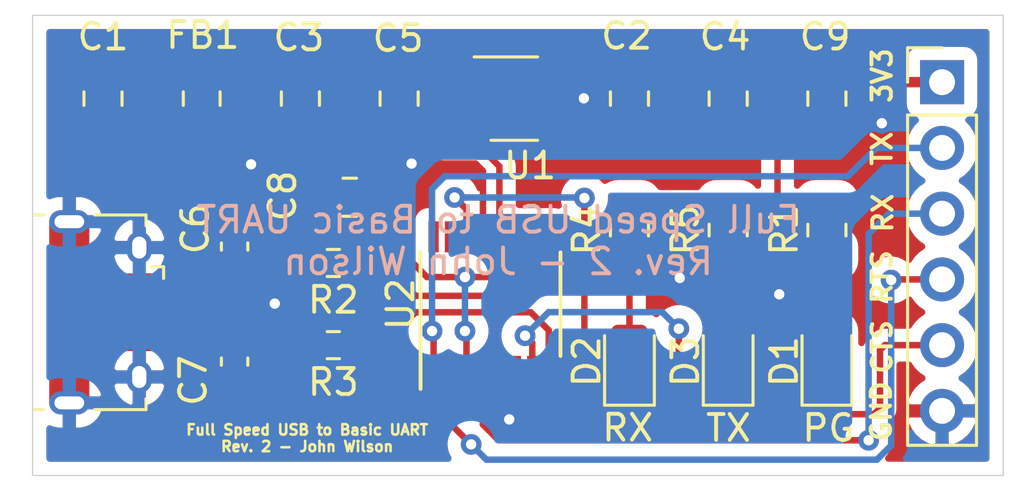
<source format=kicad_pcb>
(kicad_pcb (version 20171130) (host pcbnew "(5.1.8)-1")

  (general
    (thickness 1.6)
    (drawings 15)
    (tracks 144)
    (zones 0)
    (modules 22)
    (nets 22)
  )

  (page A4)
  (layers
    (0 F.Cu signal)
    (31 B.Cu signal)
    (32 B.Adhes user)
    (33 F.Adhes user)
    (34 B.Paste user)
    (35 F.Paste user)
    (36 B.SilkS user)
    (37 F.SilkS user)
    (38 B.Mask user)
    (39 F.Mask user)
    (40 Dwgs.User user)
    (41 Cmts.User user)
    (42 Eco1.User user)
    (43 Eco2.User user)
    (44 Edge.Cuts user)
    (45 Margin user)
    (46 B.CrtYd user)
    (47 F.CrtYd user)
    (48 B.Fab user)
    (49 F.Fab user hide)
  )

  (setup
    (last_trace_width 0.25)
    (user_trace_width 0.4)
    (trace_clearance 0.2)
    (zone_clearance 0.508)
    (zone_45_only no)
    (trace_min 0.2)
    (via_size 0.8)
    (via_drill 0.4)
    (via_min_size 0.508)
    (via_min_drill 0.3)
    (uvia_size 0.3)
    (uvia_drill 0.1)
    (uvias_allowed no)
    (uvia_min_size 0.2)
    (uvia_min_drill 0.1)
    (edge_width 0.05)
    (segment_width 0.2)
    (pcb_text_width 0.3)
    (pcb_text_size 1.5 1.5)
    (mod_edge_width 0.12)
    (mod_text_size 1 1)
    (mod_text_width 0.15)
    (pad_size 1.524 1.524)
    (pad_drill 0.762)
    (pad_to_mask_clearance 0.0508)
    (solder_mask_min_width 0.101)
    (aux_axis_origin 0 0)
    (visible_elements 7FFFFFFF)
    (pcbplotparams
      (layerselection 0x010fc_ffffffff)
      (usegerberextensions false)
      (usegerberattributes true)
      (usegerberadvancedattributes true)
      (creategerberjobfile true)
      (excludeedgelayer true)
      (linewidth 0.100000)
      (plotframeref false)
      (viasonmask false)
      (mode 1)
      (useauxorigin false)
      (hpglpennumber 1)
      (hpglpenspeed 20)
      (hpglpendiameter 15.000000)
      (psnegative false)
      (psa4output false)
      (plotreference true)
      (plotvalue true)
      (plotinvisibletext false)
      (padsonsilk false)
      (subtractmaskfromsilk false)
      (outputformat 1)
      (mirror false)
      (drillshape 1)
      (scaleselection 1)
      (outputdirectory ""))
  )

  (net 0 "")
  (net 1 "Net-(C1-Pad1)")
  (net 2 GND)
  (net 3 EXT_3)
  (net 4 FT_VCC)
  (net 5 D-)
  (net 6 D+)
  (net 7 FT_GND)
  (net 8 "Net-(D1-Pad2)")
  (net 9 RX_LED)
  (net 10 "Net-(D2-Pad2)")
  (net 11 "Net-(D3-Pad2)")
  (net 12 TX_LED)
  (net 13 TXD)
  (net 14 RXD)
  (net 15 ~RTS)
  (net 16 ~CTS)
  (net 17 "Net-(R2-Pad1)")
  (net 18 "Net-(R3-Pad1)")
  (net 19 "Net-(U1-Pad4)")
  (net 20 "Net-(U2-Pad15)")
  (net 21 "Net-(U2-Pad16)")

  (net_class Default "This is the default net class."
    (clearance 0.2)
    (trace_width 0.25)
    (via_dia 0.8)
    (via_drill 0.4)
    (uvia_dia 0.3)
    (uvia_drill 0.1)
    (add_net D+)
    (add_net D-)
    (add_net EXT_3)
    (add_net FT_GND)
    (add_net FT_VCC)
    (add_net GND)
    (add_net "Net-(C1-Pad1)")
    (add_net "Net-(D1-Pad2)")
    (add_net "Net-(D2-Pad2)")
    (add_net "Net-(D3-Pad2)")
    (add_net "Net-(R2-Pad1)")
    (add_net "Net-(R3-Pad1)")
    (add_net "Net-(U1-Pad4)")
    (add_net "Net-(U2-Pad15)")
    (add_net "Net-(U2-Pad16)")
    (add_net RXD)
    (add_net RX_LED)
    (add_net TXD)
    (add_net TX_LED)
    (add_net ~CTS)
    (add_net ~RTS)
  )

  (module Capacitor_SMD:C_0805_2012Metric (layer F.Cu) (tedit 5F68FEEE) (tstamp 5FEE380F)
    (at 105.41 76.2 90)
    (descr "Capacitor SMD 0805 (2012 Metric), square (rectangular) end terminal, IPC_7351 nominal, (Body size source: IPC-SM-782 page 76, https://www.pcb-3d.com/wordpress/wp-content/uploads/ipc-sm-782a_amendment_1_and_2.pdf, https://docs.google.com/spreadsheets/d/1BsfQQcO9C6DZCsRaXUlFlo91Tg2WpOkGARC1WS5S8t0/edit?usp=sharing), generated with kicad-footprint-generator")
    (tags capacitor)
    (path /5FB34CB6)
    (attr smd)
    (fp_text reference C1 (at 2.39 0 180) (layer F.SilkS)
      (effects (font (size 1 1) (thickness 0.15)))
    )
    (fp_text value 0.01uF (at 0 1.68 90) (layer F.Fab)
      (effects (font (size 1 1) (thickness 0.15)))
    )
    (fp_line (start 1.7 0.98) (end -1.7 0.98) (layer F.CrtYd) (width 0.05))
    (fp_line (start 1.7 -0.98) (end 1.7 0.98) (layer F.CrtYd) (width 0.05))
    (fp_line (start -1.7 -0.98) (end 1.7 -0.98) (layer F.CrtYd) (width 0.05))
    (fp_line (start -1.7 0.98) (end -1.7 -0.98) (layer F.CrtYd) (width 0.05))
    (fp_line (start -0.261252 0.735) (end 0.261252 0.735) (layer F.SilkS) (width 0.12))
    (fp_line (start -0.261252 -0.735) (end 0.261252 -0.735) (layer F.SilkS) (width 0.12))
    (fp_line (start 1 0.625) (end -1 0.625) (layer F.Fab) (width 0.1))
    (fp_line (start 1 -0.625) (end 1 0.625) (layer F.Fab) (width 0.1))
    (fp_line (start -1 -0.625) (end 1 -0.625) (layer F.Fab) (width 0.1))
    (fp_line (start -1 0.625) (end -1 -0.625) (layer F.Fab) (width 0.1))
    (fp_text user %R (at 0 0 90) (layer F.Fab)
      (effects (font (size 0.5 0.5) (thickness 0.08)))
    )
    (pad 1 smd roundrect (at -0.95 0 90) (size 1 1.45) (layers F.Cu F.Paste F.Mask) (roundrect_rratio 0.25)
      (net 1 "Net-(C1-Pad1)"))
    (pad 2 smd roundrect (at 0.95 0 90) (size 1 1.45) (layers F.Cu F.Paste F.Mask) (roundrect_rratio 0.25)
      (net 2 GND))
    (model ${KISYS3DMOD}/Capacitor_SMD.3dshapes/C_0805_2012Metric.wrl
      (at (xyz 0 0 0))
      (scale (xyz 1 1 1))
      (rotate (xyz 0 0 0))
    )
  )

  (module Capacitor_SMD:C_0805_2012Metric (layer F.Cu) (tedit 5F68FEEE) (tstamp 5FEE3820)
    (at 125.73 76.2 270)
    (descr "Capacitor SMD 0805 (2012 Metric), square (rectangular) end terminal, IPC_7351 nominal, (Body size source: IPC-SM-782 page 76, https://www.pcb-3d.com/wordpress/wp-content/uploads/ipc-sm-782a_amendment_1_and_2.pdf, https://docs.google.com/spreadsheets/d/1BsfQQcO9C6DZCsRaXUlFlo91Tg2WpOkGARC1WS5S8t0/edit?usp=sharing), generated with kicad-footprint-generator")
    (tags capacitor)
    (path /5FB396F7)
    (attr smd)
    (fp_text reference C2 (at -2.42 0.11 180) (layer F.SilkS)
      (effects (font (size 1 1) (thickness 0.15)))
    )
    (fp_text value 2.2uF (at 0 1.68 90) (layer F.Fab)
      (effects (font (size 1 1) (thickness 0.15)))
    )
    (fp_line (start 1.7 0.98) (end -1.7 0.98) (layer F.CrtYd) (width 0.05))
    (fp_line (start 1.7 -0.98) (end 1.7 0.98) (layer F.CrtYd) (width 0.05))
    (fp_line (start -1.7 -0.98) (end 1.7 -0.98) (layer F.CrtYd) (width 0.05))
    (fp_line (start -1.7 0.98) (end -1.7 -0.98) (layer F.CrtYd) (width 0.05))
    (fp_line (start -0.261252 0.735) (end 0.261252 0.735) (layer F.SilkS) (width 0.12))
    (fp_line (start -0.261252 -0.735) (end 0.261252 -0.735) (layer F.SilkS) (width 0.12))
    (fp_line (start 1 0.625) (end -1 0.625) (layer F.Fab) (width 0.1))
    (fp_line (start 1 -0.625) (end 1 0.625) (layer F.Fab) (width 0.1))
    (fp_line (start -1 -0.625) (end 1 -0.625) (layer F.Fab) (width 0.1))
    (fp_line (start -1 0.625) (end -1 -0.625) (layer F.Fab) (width 0.1))
    (fp_text user %R (at 0 0 90) (layer F.Fab)
      (effects (font (size 0.5 0.5) (thickness 0.08)))
    )
    (pad 1 smd roundrect (at -0.95 0 270) (size 1 1.45) (layers F.Cu F.Paste F.Mask) (roundrect_rratio 0.25)
      (net 3 EXT_3))
    (pad 2 smd roundrect (at 0.95 0 270) (size 1 1.45) (layers F.Cu F.Paste F.Mask) (roundrect_rratio 0.25)
      (net 2 GND))
    (model ${KISYS3DMOD}/Capacitor_SMD.3dshapes/C_0805_2012Metric.wrl
      (at (xyz 0 0 0))
      (scale (xyz 1 1 1))
      (rotate (xyz 0 0 0))
    )
  )

  (module Capacitor_SMD:C_0805_2012Metric (layer F.Cu) (tedit 5F68FEEE) (tstamp 5FEE3831)
    (at 113.03 76.2 270)
    (descr "Capacitor SMD 0805 (2012 Metric), square (rectangular) end terminal, IPC_7351 nominal, (Body size source: IPC-SM-782 page 76, https://www.pcb-3d.com/wordpress/wp-content/uploads/ipc-sm-782a_amendment_1_and_2.pdf, https://docs.google.com/spreadsheets/d/1BsfQQcO9C6DZCsRaXUlFlo91Tg2WpOkGARC1WS5S8t0/edit?usp=sharing), generated with kicad-footprint-generator")
    (tags capacitor)
    (path /5FC35DED)
    (attr smd)
    (fp_text reference C3 (at -2.36 0.06 180) (layer F.SilkS)
      (effects (font (size 1 1) (thickness 0.15)))
    )
    (fp_text value 0.1uF (at 0 1.68 90) (layer F.Fab)
      (effects (font (size 1 1) (thickness 0.15)))
    )
    (fp_line (start -1 0.625) (end -1 -0.625) (layer F.Fab) (width 0.1))
    (fp_line (start -1 -0.625) (end 1 -0.625) (layer F.Fab) (width 0.1))
    (fp_line (start 1 -0.625) (end 1 0.625) (layer F.Fab) (width 0.1))
    (fp_line (start 1 0.625) (end -1 0.625) (layer F.Fab) (width 0.1))
    (fp_line (start -0.261252 -0.735) (end 0.261252 -0.735) (layer F.SilkS) (width 0.12))
    (fp_line (start -0.261252 0.735) (end 0.261252 0.735) (layer F.SilkS) (width 0.12))
    (fp_line (start -1.7 0.98) (end -1.7 -0.98) (layer F.CrtYd) (width 0.05))
    (fp_line (start -1.7 -0.98) (end 1.7 -0.98) (layer F.CrtYd) (width 0.05))
    (fp_line (start 1.7 -0.98) (end 1.7 0.98) (layer F.CrtYd) (width 0.05))
    (fp_line (start 1.7 0.98) (end -1.7 0.98) (layer F.CrtYd) (width 0.05))
    (fp_text user %R (at 0 0 90) (layer F.Fab)
      (effects (font (size 0.5 0.5) (thickness 0.08)))
    )
    (pad 2 smd roundrect (at 0.95 0 270) (size 1 1.45) (layers F.Cu F.Paste F.Mask) (roundrect_rratio 0.25)
      (net 2 GND))
    (pad 1 smd roundrect (at -0.95 0 270) (size 1 1.45) (layers F.Cu F.Paste F.Mask) (roundrect_rratio 0.25)
      (net 4 FT_VCC))
    (model ${KISYS3DMOD}/Capacitor_SMD.3dshapes/C_0805_2012Metric.wrl
      (at (xyz 0 0 0))
      (scale (xyz 1 1 1))
      (rotate (xyz 0 0 0))
    )
  )

  (module Capacitor_SMD:C_0805_2012Metric (layer F.Cu) (tedit 5F68FEEE) (tstamp 5FEE3842)
    (at 129.54 76.2 270)
    (descr "Capacitor SMD 0805 (2012 Metric), square (rectangular) end terminal, IPC_7351 nominal, (Body size source: IPC-SM-782 page 76, https://www.pcb-3d.com/wordpress/wp-content/uploads/ipc-sm-782a_amendment_1_and_2.pdf, https://docs.google.com/spreadsheets/d/1BsfQQcO9C6DZCsRaXUlFlo91Tg2WpOkGARC1WS5S8t0/edit?usp=sharing), generated with kicad-footprint-generator")
    (tags capacitor)
    (path /5FB39C71)
    (attr smd)
    (fp_text reference C4 (at -2.39 0.12 180) (layer F.SilkS)
      (effects (font (size 1 1) (thickness 0.15)))
    )
    (fp_text value 0.1uF (at 0 1.68 90) (layer F.Fab)
      (effects (font (size 1 1) (thickness 0.15)))
    )
    (fp_line (start -1 0.625) (end -1 -0.625) (layer F.Fab) (width 0.1))
    (fp_line (start -1 -0.625) (end 1 -0.625) (layer F.Fab) (width 0.1))
    (fp_line (start 1 -0.625) (end 1 0.625) (layer F.Fab) (width 0.1))
    (fp_line (start 1 0.625) (end -1 0.625) (layer F.Fab) (width 0.1))
    (fp_line (start -0.261252 -0.735) (end 0.261252 -0.735) (layer F.SilkS) (width 0.12))
    (fp_line (start -0.261252 0.735) (end 0.261252 0.735) (layer F.SilkS) (width 0.12))
    (fp_line (start -1.7 0.98) (end -1.7 -0.98) (layer F.CrtYd) (width 0.05))
    (fp_line (start -1.7 -0.98) (end 1.7 -0.98) (layer F.CrtYd) (width 0.05))
    (fp_line (start 1.7 -0.98) (end 1.7 0.98) (layer F.CrtYd) (width 0.05))
    (fp_line (start 1.7 0.98) (end -1.7 0.98) (layer F.CrtYd) (width 0.05))
    (fp_text user %R (at 0 0 90) (layer F.Fab)
      (effects (font (size 0.5 0.5) (thickness 0.08)))
    )
    (pad 2 smd roundrect (at 0.95 0 270) (size 1 1.45) (layers F.Cu F.Paste F.Mask) (roundrect_rratio 0.25)
      (net 2 GND))
    (pad 1 smd roundrect (at -0.95 0 270) (size 1 1.45) (layers F.Cu F.Paste F.Mask) (roundrect_rratio 0.25)
      (net 3 EXT_3))
    (model ${KISYS3DMOD}/Capacitor_SMD.3dshapes/C_0805_2012Metric.wrl
      (at (xyz 0 0 0))
      (scale (xyz 1 1 1))
      (rotate (xyz 0 0 0))
    )
  )

  (module Capacitor_SMD:C_0805_2012Metric (layer F.Cu) (tedit 5F68FEEE) (tstamp 5FEE3853)
    (at 116.84 76.2 270)
    (descr "Capacitor SMD 0805 (2012 Metric), square (rectangular) end terminal, IPC_7351 nominal, (Body size source: IPC-SM-782 page 76, https://www.pcb-3d.com/wordpress/wp-content/uploads/ipc-sm-782a_amendment_1_and_2.pdf, https://docs.google.com/spreadsheets/d/1BsfQQcO9C6DZCsRaXUlFlo91Tg2WpOkGARC1WS5S8t0/edit?usp=sharing), generated with kicad-footprint-generator")
    (tags capacitor)
    (path /5FC4A900)
    (attr smd)
    (fp_text reference C5 (at -2.33 0.04 180) (layer F.SilkS)
      (effects (font (size 1 1) (thickness 0.15)))
    )
    (fp_text value 4.7uF (at 0 1.68 90) (layer F.Fab)
      (effects (font (size 1 1) (thickness 0.15)))
    )
    (fp_line (start -1 0.625) (end -1 -0.625) (layer F.Fab) (width 0.1))
    (fp_line (start -1 -0.625) (end 1 -0.625) (layer F.Fab) (width 0.1))
    (fp_line (start 1 -0.625) (end 1 0.625) (layer F.Fab) (width 0.1))
    (fp_line (start 1 0.625) (end -1 0.625) (layer F.Fab) (width 0.1))
    (fp_line (start -0.261252 -0.735) (end 0.261252 -0.735) (layer F.SilkS) (width 0.12))
    (fp_line (start -0.261252 0.735) (end 0.261252 0.735) (layer F.SilkS) (width 0.12))
    (fp_line (start -1.7 0.98) (end -1.7 -0.98) (layer F.CrtYd) (width 0.05))
    (fp_line (start -1.7 -0.98) (end 1.7 -0.98) (layer F.CrtYd) (width 0.05))
    (fp_line (start 1.7 -0.98) (end 1.7 0.98) (layer F.CrtYd) (width 0.05))
    (fp_line (start 1.7 0.98) (end -1.7 0.98) (layer F.CrtYd) (width 0.05))
    (fp_text user %R (at 0 0 90) (layer F.Fab)
      (effects (font (size 0.5 0.5) (thickness 0.08)))
    )
    (pad 2 smd roundrect (at 0.95 0 270) (size 1 1.45) (layers F.Cu F.Paste F.Mask) (roundrect_rratio 0.25)
      (net 2 GND))
    (pad 1 smd roundrect (at -0.95 0 270) (size 1 1.45) (layers F.Cu F.Paste F.Mask) (roundrect_rratio 0.25)
      (net 4 FT_VCC))
    (model ${KISYS3DMOD}/Capacitor_SMD.3dshapes/C_0805_2012Metric.wrl
      (at (xyz 0 0 0))
      (scale (xyz 1 1 1))
      (rotate (xyz 0 0 0))
    )
  )

  (module Capacitor_SMD:C_0603_1608Metric (layer F.Cu) (tedit 5F68FEEE) (tstamp 5FEE4C62)
    (at 110.49 81.915 90)
    (descr "Capacitor SMD 0603 (1608 Metric), square (rectangular) end terminal, IPC_7351 nominal, (Body size source: IPC-SM-782 page 76, https://www.pcb-3d.com/wordpress/wp-content/uploads/ipc-sm-782a_amendment_1_and_2.pdf), generated with kicad-footprint-generator")
    (tags capacitor)
    (path /5FB6B429)
    (attr smd)
    (fp_text reference C6 (at 0.685 -1.52 90) (layer F.SilkS)
      (effects (font (size 1 1) (thickness 0.15)))
    )
    (fp_text value 47pF (at 0 1.43 90) (layer F.Fab)
      (effects (font (size 1 1) (thickness 0.15)))
    )
    (fp_line (start 1.48 0.73) (end -1.48 0.73) (layer F.CrtYd) (width 0.05))
    (fp_line (start 1.48 -0.73) (end 1.48 0.73) (layer F.CrtYd) (width 0.05))
    (fp_line (start -1.48 -0.73) (end 1.48 -0.73) (layer F.CrtYd) (width 0.05))
    (fp_line (start -1.48 0.73) (end -1.48 -0.73) (layer F.CrtYd) (width 0.05))
    (fp_line (start -0.14058 0.51) (end 0.14058 0.51) (layer F.SilkS) (width 0.12))
    (fp_line (start -0.14058 -0.51) (end 0.14058 -0.51) (layer F.SilkS) (width 0.12))
    (fp_line (start 0.8 0.4) (end -0.8 0.4) (layer F.Fab) (width 0.1))
    (fp_line (start 0.8 -0.4) (end 0.8 0.4) (layer F.Fab) (width 0.1))
    (fp_line (start -0.8 -0.4) (end 0.8 -0.4) (layer F.Fab) (width 0.1))
    (fp_line (start -0.8 0.4) (end -0.8 -0.4) (layer F.Fab) (width 0.1))
    (fp_text user %R (at 0 0 90) (layer F.Fab)
      (effects (font (size 0.4 0.4) (thickness 0.06)))
    )
    (pad 1 smd roundrect (at -0.775 0 90) (size 0.9 0.95) (layers F.Cu F.Paste F.Mask) (roundrect_rratio 0.25)
      (net 5 D-))
    (pad 2 smd roundrect (at 0.775 0 90) (size 0.9 0.95) (layers F.Cu F.Paste F.Mask) (roundrect_rratio 0.25)
      (net 2 GND))
    (model ${KISYS3DMOD}/Capacitor_SMD.3dshapes/C_0603_1608Metric.wrl
      (at (xyz 0 0 0))
      (scale (xyz 1 1 1))
      (rotate (xyz 0 0 0))
    )
  )

  (module Capacitor_SMD:C_0603_1608Metric (layer F.Cu) (tedit 5F68FEEE) (tstamp 5FEE3875)
    (at 110.49 86.36 270)
    (descr "Capacitor SMD 0603 (1608 Metric), square (rectangular) end terminal, IPC_7351 nominal, (Body size source: IPC-SM-782 page 76, https://www.pcb-3d.com/wordpress/wp-content/uploads/ipc-sm-782a_amendment_1_and_2.pdf), generated with kicad-footprint-generator")
    (tags capacitor)
    (path /5FB6ACD2)
    (attr smd)
    (fp_text reference C7 (at 0.73 1.6 90) (layer F.SilkS)
      (effects (font (size 1 1) (thickness 0.15)))
    )
    (fp_text value 47pF (at 0 1.43 90) (layer F.Fab)
      (effects (font (size 1 1) (thickness 0.15)))
    )
    (fp_line (start -0.8 0.4) (end -0.8 -0.4) (layer F.Fab) (width 0.1))
    (fp_line (start -0.8 -0.4) (end 0.8 -0.4) (layer F.Fab) (width 0.1))
    (fp_line (start 0.8 -0.4) (end 0.8 0.4) (layer F.Fab) (width 0.1))
    (fp_line (start 0.8 0.4) (end -0.8 0.4) (layer F.Fab) (width 0.1))
    (fp_line (start -0.14058 -0.51) (end 0.14058 -0.51) (layer F.SilkS) (width 0.12))
    (fp_line (start -0.14058 0.51) (end 0.14058 0.51) (layer F.SilkS) (width 0.12))
    (fp_line (start -1.48 0.73) (end -1.48 -0.73) (layer F.CrtYd) (width 0.05))
    (fp_line (start -1.48 -0.73) (end 1.48 -0.73) (layer F.CrtYd) (width 0.05))
    (fp_line (start 1.48 -0.73) (end 1.48 0.73) (layer F.CrtYd) (width 0.05))
    (fp_line (start 1.48 0.73) (end -1.48 0.73) (layer F.CrtYd) (width 0.05))
    (fp_text user %R (at 0 0 90) (layer F.Fab)
      (effects (font (size 0.4 0.4) (thickness 0.06)))
    )
    (pad 2 smd roundrect (at 0.775 0 270) (size 0.9 0.95) (layers F.Cu F.Paste F.Mask) (roundrect_rratio 0.25)
      (net 2 GND))
    (pad 1 smd roundrect (at -0.775 0 270) (size 0.9 0.95) (layers F.Cu F.Paste F.Mask) (roundrect_rratio 0.25)
      (net 6 D+))
    (model ${KISYS3DMOD}/Capacitor_SMD.3dshapes/C_0603_1608Metric.wrl
      (at (xyz 0 0 0))
      (scale (xyz 1 1 1))
      (rotate (xyz 0 0 0))
    )
  )

  (module Capacitor_SMD:C_0805_2012Metric (layer F.Cu) (tedit 5F68FEEE) (tstamp 5FEE3886)
    (at 114.935 80.01 180)
    (descr "Capacitor SMD 0805 (2012 Metric), square (rectangular) end terminal, IPC_7351 nominal, (Body size source: IPC-SM-782 page 76, https://www.pcb-3d.com/wordpress/wp-content/uploads/ipc-sm-782a_amendment_1_and_2.pdf, https://docs.google.com/spreadsheets/d/1BsfQQcO9C6DZCsRaXUlFlo91Tg2WpOkGARC1WS5S8t0/edit?usp=sharing), generated with kicad-footprint-generator")
    (tags capacitor)
    (path /5FB7F21A)
    (attr smd)
    (fp_text reference C8 (at 2.595 0.05 90) (layer F.SilkS)
      (effects (font (size 1 1) (thickness 0.15)))
    )
    (fp_text value 0.1uF (at 0 1.68) (layer F.Fab)
      (effects (font (size 1 1) (thickness 0.15)))
    )
    (fp_line (start -1 0.625) (end -1 -0.625) (layer F.Fab) (width 0.1))
    (fp_line (start -1 -0.625) (end 1 -0.625) (layer F.Fab) (width 0.1))
    (fp_line (start 1 -0.625) (end 1 0.625) (layer F.Fab) (width 0.1))
    (fp_line (start 1 0.625) (end -1 0.625) (layer F.Fab) (width 0.1))
    (fp_line (start -0.261252 -0.735) (end 0.261252 -0.735) (layer F.SilkS) (width 0.12))
    (fp_line (start -0.261252 0.735) (end 0.261252 0.735) (layer F.SilkS) (width 0.12))
    (fp_line (start -1.7 0.98) (end -1.7 -0.98) (layer F.CrtYd) (width 0.05))
    (fp_line (start -1.7 -0.98) (end 1.7 -0.98) (layer F.CrtYd) (width 0.05))
    (fp_line (start 1.7 -0.98) (end 1.7 0.98) (layer F.CrtYd) (width 0.05))
    (fp_line (start 1.7 0.98) (end -1.7 0.98) (layer F.CrtYd) (width 0.05))
    (fp_text user %R (at 0 0) (layer F.Fab)
      (effects (font (size 0.5 0.5) (thickness 0.08)))
    )
    (pad 2 smd roundrect (at 0.95 0 180) (size 1 1.45) (layers F.Cu F.Paste F.Mask) (roundrect_rratio 0.25)
      (net 2 GND))
    (pad 1 smd roundrect (at -0.95 0 180) (size 1 1.45) (layers F.Cu F.Paste F.Mask) (roundrect_rratio 0.25)
      (net 7 FT_GND))
    (model ${KISYS3DMOD}/Capacitor_SMD.3dshapes/C_0805_2012Metric.wrl
      (at (xyz 0 0 0))
      (scale (xyz 1 1 1))
      (rotate (xyz 0 0 0))
    )
  )

  (module Capacitor_SMD:C_0805_2012Metric (layer F.Cu) (tedit 5F68FEEE) (tstamp 5FEE3897)
    (at 133.35 76.2 270)
    (descr "Capacitor SMD 0805 (2012 Metric), square (rectangular) end terminal, IPC_7351 nominal, (Body size source: IPC-SM-782 page 76, https://www.pcb-3d.com/wordpress/wp-content/uploads/ipc-sm-782a_amendment_1_and_2.pdf, https://docs.google.com/spreadsheets/d/1BsfQQcO9C6DZCsRaXUlFlo91Tg2WpOkGARC1WS5S8t0/edit?usp=sharing), generated with kicad-footprint-generator")
    (tags capacitor)
    (path /5FC45BF4)
    (attr smd)
    (fp_text reference C9 (at -2.39 0.07 180) (layer F.SilkS)
      (effects (font (size 1 1) (thickness 0.15)))
    )
    (fp_text value 0.1uF (at 0 1.68 90) (layer F.Fab)
      (effects (font (size 1 1) (thickness 0.15)))
    )
    (fp_line (start -1 0.625) (end -1 -0.625) (layer F.Fab) (width 0.1))
    (fp_line (start -1 -0.625) (end 1 -0.625) (layer F.Fab) (width 0.1))
    (fp_line (start 1 -0.625) (end 1 0.625) (layer F.Fab) (width 0.1))
    (fp_line (start 1 0.625) (end -1 0.625) (layer F.Fab) (width 0.1))
    (fp_line (start -0.261252 -0.735) (end 0.261252 -0.735) (layer F.SilkS) (width 0.12))
    (fp_line (start -0.261252 0.735) (end 0.261252 0.735) (layer F.SilkS) (width 0.12))
    (fp_line (start -1.7 0.98) (end -1.7 -0.98) (layer F.CrtYd) (width 0.05))
    (fp_line (start -1.7 -0.98) (end 1.7 -0.98) (layer F.CrtYd) (width 0.05))
    (fp_line (start 1.7 -0.98) (end 1.7 0.98) (layer F.CrtYd) (width 0.05))
    (fp_line (start 1.7 0.98) (end -1.7 0.98) (layer F.CrtYd) (width 0.05))
    (fp_text user %R (at 0 0 90) (layer F.Fab)
      (effects (font (size 0.5 0.5) (thickness 0.08)))
    )
    (pad 2 smd roundrect (at 0.95 0 270) (size 1 1.45) (layers F.Cu F.Paste F.Mask) (roundrect_rratio 0.25)
      (net 2 GND))
    (pad 1 smd roundrect (at -0.95 0 270) (size 1 1.45) (layers F.Cu F.Paste F.Mask) (roundrect_rratio 0.25)
      (net 3 EXT_3))
    (model ${KISYS3DMOD}/Capacitor_SMD.3dshapes/C_0805_2012Metric.wrl
      (at (xyz 0 0 0))
      (scale (xyz 1 1 1))
      (rotate (xyz 0 0 0))
    )
  )

  (module LED_SMD:LED_0805_2012Metric (layer F.Cu) (tedit 5F68FEF1) (tstamp 5FEE38AA)
    (at 133.35 86.36 90)
    (descr "LED SMD 0805 (2012 Metric), square (rectangular) end terminal, IPC_7351 nominal, (Body size source: https://docs.google.com/spreadsheets/d/1BsfQQcO9C6DZCsRaXUlFlo91Tg2WpOkGARC1WS5S8t0/edit?usp=sharing), generated with kicad-footprint-generator")
    (tags LED)
    (path /5FB52C6B)
    (attr smd)
    (fp_text reference D1 (at 0 -1.65 90) (layer F.SilkS)
      (effects (font (size 1 1) (thickness 0.15)))
    )
    (fp_text value "LED GREEN" (at 0 1.65 90) (layer F.Fab)
      (effects (font (size 1 1) (thickness 0.15)))
    )
    (fp_line (start 1.68 0.95) (end -1.68 0.95) (layer F.CrtYd) (width 0.05))
    (fp_line (start 1.68 -0.95) (end 1.68 0.95) (layer F.CrtYd) (width 0.05))
    (fp_line (start -1.68 -0.95) (end 1.68 -0.95) (layer F.CrtYd) (width 0.05))
    (fp_line (start -1.68 0.95) (end -1.68 -0.95) (layer F.CrtYd) (width 0.05))
    (fp_line (start -1.685 0.96) (end 1 0.96) (layer F.SilkS) (width 0.12))
    (fp_line (start -1.685 -0.96) (end -1.685 0.96) (layer F.SilkS) (width 0.12))
    (fp_line (start 1 -0.96) (end -1.685 -0.96) (layer F.SilkS) (width 0.12))
    (fp_line (start 1 0.6) (end 1 -0.6) (layer F.Fab) (width 0.1))
    (fp_line (start -1 0.6) (end 1 0.6) (layer F.Fab) (width 0.1))
    (fp_line (start -1 -0.3) (end -1 0.6) (layer F.Fab) (width 0.1))
    (fp_line (start -0.7 -0.6) (end -1 -0.3) (layer F.Fab) (width 0.1))
    (fp_line (start 1 -0.6) (end -0.7 -0.6) (layer F.Fab) (width 0.1))
    (fp_text user %R (at 0 0 90) (layer F.Fab)
      (effects (font (size 0.5 0.5) (thickness 0.08)))
    )
    (pad 1 smd roundrect (at -0.9375 0 90) (size 0.975 1.4) (layers F.Cu F.Paste F.Mask) (roundrect_rratio 0.25)
      (net 2 GND))
    (pad 2 smd roundrect (at 0.9375 0 90) (size 0.975 1.4) (layers F.Cu F.Paste F.Mask) (roundrect_rratio 0.25)
      (net 8 "Net-(D1-Pad2)"))
    (model ${KISYS3DMOD}/LED_SMD.3dshapes/LED_0805_2012Metric.wrl
      (at (xyz 0 0 0))
      (scale (xyz 1 1 1))
      (rotate (xyz 0 0 0))
    )
  )

  (module LED_SMD:LED_0805_2012Metric (layer F.Cu) (tedit 5F68FEF1) (tstamp 5FEE38BD)
    (at 125.73 86.36 90)
    (descr "LED SMD 0805 (2012 Metric), square (rectangular) end terminal, IPC_7351 nominal, (Body size source: https://docs.google.com/spreadsheets/d/1BsfQQcO9C6DZCsRaXUlFlo91Tg2WpOkGARC1WS5S8t0/edit?usp=sharing), generated with kicad-footprint-generator")
    (tags LED)
    (path /5FB4EF4D)
    (attr smd)
    (fp_text reference D2 (at 0 -1.65 90) (layer F.SilkS)
      (effects (font (size 1 1) (thickness 0.15)))
    )
    (fp_text value "LED RX" (at 0 1.65 90) (layer F.Fab)
      (effects (font (size 1 1) (thickness 0.15)))
    )
    (fp_line (start 1.68 0.95) (end -1.68 0.95) (layer F.CrtYd) (width 0.05))
    (fp_line (start 1.68 -0.95) (end 1.68 0.95) (layer F.CrtYd) (width 0.05))
    (fp_line (start -1.68 -0.95) (end 1.68 -0.95) (layer F.CrtYd) (width 0.05))
    (fp_line (start -1.68 0.95) (end -1.68 -0.95) (layer F.CrtYd) (width 0.05))
    (fp_line (start -1.685 0.96) (end 1 0.96) (layer F.SilkS) (width 0.12))
    (fp_line (start -1.685 -0.96) (end -1.685 0.96) (layer F.SilkS) (width 0.12))
    (fp_line (start 1 -0.96) (end -1.685 -0.96) (layer F.SilkS) (width 0.12))
    (fp_line (start 1 0.6) (end 1 -0.6) (layer F.Fab) (width 0.1))
    (fp_line (start -1 0.6) (end 1 0.6) (layer F.Fab) (width 0.1))
    (fp_line (start -1 -0.3) (end -1 0.6) (layer F.Fab) (width 0.1))
    (fp_line (start -0.7 -0.6) (end -1 -0.3) (layer F.Fab) (width 0.1))
    (fp_line (start 1 -0.6) (end -0.7 -0.6) (layer F.Fab) (width 0.1))
    (fp_text user %R (at 0 0 90) (layer F.Fab)
      (effects (font (size 0.5 0.5) (thickness 0.08)))
    )
    (pad 1 smd roundrect (at -0.9375 0 90) (size 0.975 1.4) (layers F.Cu F.Paste F.Mask) (roundrect_rratio 0.25)
      (net 9 RX_LED))
    (pad 2 smd roundrect (at 0.9375 0 90) (size 0.975 1.4) (layers F.Cu F.Paste F.Mask) (roundrect_rratio 0.25)
      (net 10 "Net-(D2-Pad2)"))
    (model ${KISYS3DMOD}/LED_SMD.3dshapes/LED_0805_2012Metric.wrl
      (at (xyz 0 0 0))
      (scale (xyz 1 1 1))
      (rotate (xyz 0 0 0))
    )
  )

  (module LED_SMD:LED_0805_2012Metric (layer F.Cu) (tedit 5F68FEF1) (tstamp 5FEE38D0)
    (at 129.54 86.36 90)
    (descr "LED SMD 0805 (2012 Metric), square (rectangular) end terminal, IPC_7351 nominal, (Body size source: https://docs.google.com/spreadsheets/d/1BsfQQcO9C6DZCsRaXUlFlo91Tg2WpOkGARC1WS5S8t0/edit?usp=sharing), generated with kicad-footprint-generator")
    (tags LED)
    (path /5FB57A6F)
    (attr smd)
    (fp_text reference D3 (at 0 -1.65 90) (layer F.SilkS)
      (effects (font (size 1 1) (thickness 0.15)))
    )
    (fp_text value "LED TX" (at 0 1.65 90) (layer F.Fab)
      (effects (font (size 1 1) (thickness 0.15)))
    )
    (fp_line (start 1 -0.6) (end -0.7 -0.6) (layer F.Fab) (width 0.1))
    (fp_line (start -0.7 -0.6) (end -1 -0.3) (layer F.Fab) (width 0.1))
    (fp_line (start -1 -0.3) (end -1 0.6) (layer F.Fab) (width 0.1))
    (fp_line (start -1 0.6) (end 1 0.6) (layer F.Fab) (width 0.1))
    (fp_line (start 1 0.6) (end 1 -0.6) (layer F.Fab) (width 0.1))
    (fp_line (start 1 -0.96) (end -1.685 -0.96) (layer F.SilkS) (width 0.12))
    (fp_line (start -1.685 -0.96) (end -1.685 0.96) (layer F.SilkS) (width 0.12))
    (fp_line (start -1.685 0.96) (end 1 0.96) (layer F.SilkS) (width 0.12))
    (fp_line (start -1.68 0.95) (end -1.68 -0.95) (layer F.CrtYd) (width 0.05))
    (fp_line (start -1.68 -0.95) (end 1.68 -0.95) (layer F.CrtYd) (width 0.05))
    (fp_line (start 1.68 -0.95) (end 1.68 0.95) (layer F.CrtYd) (width 0.05))
    (fp_line (start 1.68 0.95) (end -1.68 0.95) (layer F.CrtYd) (width 0.05))
    (fp_text user %R (at 0 0 90) (layer F.Fab)
      (effects (font (size 0.5 0.5) (thickness 0.08)))
    )
    (pad 2 smd roundrect (at 0.9375 0 90) (size 0.975 1.4) (layers F.Cu F.Paste F.Mask) (roundrect_rratio 0.25)
      (net 11 "Net-(D3-Pad2)"))
    (pad 1 smd roundrect (at -0.9375 0 90) (size 0.975 1.4) (layers F.Cu F.Paste F.Mask) (roundrect_rratio 0.25)
      (net 12 TX_LED))
    (model ${KISYS3DMOD}/LED_SMD.3dshapes/LED_0805_2012Metric.wrl
      (at (xyz 0 0 0))
      (scale (xyz 1 1 1))
      (rotate (xyz 0 0 0))
    )
  )

  (module Inductor_SMD:L_0805_2012Metric_Pad1.15x1.40mm_HandSolder (layer F.Cu) (tedit 5F68FEF0) (tstamp 5FEE38E1)
    (at 109.22 76.2 270)
    (descr "Inductor SMD 0805 (2012 Metric), square (rectangular) end terminal, IPC_7351 nominal with elongated pad for handsoldering. (Body size source: https://docs.google.com/spreadsheets/d/1BsfQQcO9C6DZCsRaXUlFlo91Tg2WpOkGARC1WS5S8t0/edit?usp=sharing), generated with kicad-footprint-generator")
    (tags "inductor handsolder")
    (path /5FB35435)
    (attr smd)
    (fp_text reference FB1 (at -2.45 -0.04) (layer F.SilkS)
      (effects (font (size 1 1) (thickness 0.15)))
    )
    (fp_text value Ferrite_Bead_Small (at 0 1.65 90) (layer F.Fab)
      (effects (font (size 1 1) (thickness 0.15)))
    )
    (fp_line (start -1 0.6) (end -1 -0.6) (layer F.Fab) (width 0.1))
    (fp_line (start -1 -0.6) (end 1 -0.6) (layer F.Fab) (width 0.1))
    (fp_line (start 1 -0.6) (end 1 0.6) (layer F.Fab) (width 0.1))
    (fp_line (start 1 0.6) (end -1 0.6) (layer F.Fab) (width 0.1))
    (fp_line (start -0.261252 -0.71) (end 0.261252 -0.71) (layer F.SilkS) (width 0.12))
    (fp_line (start -0.261252 0.71) (end 0.261252 0.71) (layer F.SilkS) (width 0.12))
    (fp_line (start -1.85 0.95) (end -1.85 -0.95) (layer F.CrtYd) (width 0.05))
    (fp_line (start -1.85 -0.95) (end 1.85 -0.95) (layer F.CrtYd) (width 0.05))
    (fp_line (start 1.85 -0.95) (end 1.85 0.95) (layer F.CrtYd) (width 0.05))
    (fp_line (start 1.85 0.95) (end -1.85 0.95) (layer F.CrtYd) (width 0.05))
    (fp_text user %R (at 0 0 90) (layer F.Fab)
      (effects (font (size 0.5 0.5) (thickness 0.08)))
    )
    (pad 2 smd roundrect (at 1.025 0 270) (size 1.15 1.4) (layers F.Cu F.Paste F.Mask) (roundrect_rratio 0.217391)
      (net 1 "Net-(C1-Pad1)"))
    (pad 1 smd roundrect (at -1.025 0 270) (size 1.15 1.4) (layers F.Cu F.Paste F.Mask) (roundrect_rratio 0.217391)
      (net 4 FT_VCC))
    (model ${KISYS3DMOD}/Inductor_SMD.3dshapes/L_0805_2012Metric.wrl
      (at (xyz 0 0 0))
      (scale (xyz 1 1 1))
      (rotate (xyz 0 0 0))
    )
  )

  (module Connector_USB:USB_Micro-B_Amphenol_10118194_Horizontal (layer F.Cu) (tedit 5F2142B6) (tstamp 5FEE390A)
    (at 105.41 84.455 270)
    (descr "USB Micro-B receptacle, horizontal, SMD, 10118194, https://cdn.amphenol-icc.com/media/wysiwyg/files/drawing/10118194.pdf")
    (tags "USB Micro B horizontal SMD")
    (path /5FB3267E)
    (attr smd)
    (fp_text reference J1 (at 0 -3.5 90) (layer F.Fab)
      (effects (font (size 1 1) (thickness 0.15)))
    )
    (fp_text value USB_B_Micro (at 0 4.75 90) (layer F.Fab)
      (effects (font (size 1 1) (thickness 0.15)))
    )
    (fp_line (start -2.65 -1.55) (end 3.65 -1.55) (layer F.Fab) (width 0.1))
    (fp_line (start 3.65 -1.55) (end 3.65 3.45) (layer F.Fab) (width 0.1))
    (fp_line (start 3.65 3.45) (end -3.65 3.45) (layer F.Fab) (width 0.1))
    (fp_line (start -3.65 3.45) (end -3.65 -0.55) (layer F.Fab) (width 0.1))
    (fp_line (start 3.76 0.32) (end 3.76 -1.66) (layer F.SilkS) (width 0.12))
    (fp_line (start 3.76 -1.66) (end 3.34 -1.66) (layer F.SilkS) (width 0.12))
    (fp_line (start 3.76 2.29) (end 3.76 2.69) (layer F.SilkS) (width 0.12))
    (fp_line (start -3.76 2.69) (end -3.76 2.29) (layer F.SilkS) (width 0.12))
    (fp_line (start -3.76 0.32) (end -3.76 -1.66) (layer F.SilkS) (width 0.12))
    (fp_line (start -3.76 -1.66) (end -3.34 -1.66) (layer F.SilkS) (width 0.12))
    (fp_line (start 3 2.75) (end -3 2.75) (layer Dwgs.User) (width 0.1))
    (fp_line (start -4.45 3.95) (end 4.45 3.95) (layer F.CrtYd) (width 0.05))
    (fp_line (start -4.45 -2.58) (end 4.45 -2.58) (layer F.CrtYd) (width 0.05))
    (fp_line (start -4.45 -2.58) (end -4.45 3.95) (layer F.CrtYd) (width 0.05))
    (fp_line (start 4.45 -2.58) (end 4.45 3.95) (layer F.CrtYd) (width 0.05))
    (fp_line (start -1.31 -2.34) (end -1.76 -2.34) (layer F.SilkS) (width 0.12))
    (fp_line (start -1.76 -1.89) (end -1.76 -2.34) (layer F.SilkS) (width 0.12))
    (fp_line (start -3.65 -0.55) (end -2.65 -1.55) (layer F.Fab) (width 0.1))
    (fp_text user %R (at 0 -0.05 90) (layer F.Fab)
      (effects (font (size 1 1) (thickness 0.15)))
    )
    (fp_text user "PCB Edge" (at 0 2.75 90) (layer Dwgs.User)
      (effects (font (size 0.5 0.5) (thickness 0.08)))
    )
    (pad 1 smd rect (at -1.3 -1.4 270) (size 0.4 1.35) (layers F.Cu F.Paste F.Mask)
      (net 1 "Net-(C1-Pad1)"))
    (pad 2 smd rect (at -0.65 -1.4 270) (size 0.4 1.35) (layers F.Cu F.Paste F.Mask)
      (net 5 D-))
    (pad 3 smd rect (at 0 -1.4 270) (size 0.4 1.35) (layers F.Cu F.Paste F.Mask)
      (net 6 D+))
    (pad 4 smd rect (at 0.65 -1.4 270) (size 0.4 1.35) (layers F.Cu F.Paste F.Mask)
      (net 2 GND))
    (pad 5 smd rect (at 1.3 -1.4 270) (size 0.4 1.35) (layers F.Cu F.Paste F.Mask)
      (net 2 GND))
    (pad 6 thru_hole oval (at -2.5 -1.4 270) (size 1.25 0.95) (drill oval 0.85 0.55) (layers *.Cu *.Mask)
      (net 2 GND))
    (pad "" smd oval (at -3.5 1.3 270) (size 0.89 1.55) (layers F.Paste))
    (pad 6 thru_hole oval (at 2.5 -1.4 270) (size 1.25 0.95) (drill oval 0.85 0.55) (layers *.Cu *.Mask)
      (net 2 GND))
    (pad 6 smd rect (at -1 1.3 270) (size 1.5 1.55) (layers F.Cu F.Paste F.Mask)
      (net 2 GND))
    (pad 6 smd rect (at 1 1.3 270) (size 1.5 1.55) (layers F.Cu F.Paste F.Mask)
      (net 2 GND))
    (pad "" smd oval (at 3.5 1.3 270) (size 0.89 1.55) (layers F.Paste))
    (pad 6 smd rect (at -2.9 1.3 270) (size 1.2 1.55) (layers F.Cu F.Paste F.Mask)
      (net 2 GND))
    (pad 6 smd rect (at 2.9 1.3 270) (size 1.2 1.55) (layers F.Cu F.Paste F.Mask)
      (net 2 GND))
    (pad 6 thru_hole oval (at -3.5 1.3 270) (size 0.89 1.55) (drill oval 0.5 1.15) (layers *.Cu *.Mask)
      (net 2 GND))
    (pad 6 thru_hole oval (at 3.5 1.3 270) (size 0.89 1.55) (drill oval 0.5 1.15) (layers *.Cu *.Mask)
      (net 2 GND))
    (pad "" smd oval (at -2.5 -1.4 270) (size 1.25 0.95) (layers F.Paste))
    (pad "" smd oval (at 2.5 -1.4 270) (size 1.25 0.95) (layers F.Paste))
    (model ${KISYS3DMOD}/Connector_USB.3dshapes/USB_Micro-B_Amphenol_10118194_Horizontal.wrl
      (at (xyz 0 0 0))
      (scale (xyz 1 1 1))
      (rotate (xyz 0 0 0))
    )
  )

  (module Connector_PinHeader_2.54mm:PinHeader_1x06_P2.54mm_Vertical (layer F.Cu) (tedit 59FED5CC) (tstamp 5FEE3924)
    (at 137.795 75.565)
    (descr "Through hole straight pin header, 1x06, 2.54mm pitch, single row")
    (tags "Through hole pin header THT 1x06 2.54mm single row")
    (path /5FC6C31C)
    (fp_text reference J2 (at -2.085 3.865 90) (layer F.Fab)
      (effects (font (size 1 1) (thickness 0.15)))
    )
    (fp_text value Conn_01x06_Male (at 0 15.03) (layer F.Fab)
      (effects (font (size 1 1) (thickness 0.15)))
    )
    (fp_line (start 1.8 -1.8) (end -1.8 -1.8) (layer F.CrtYd) (width 0.05))
    (fp_line (start 1.8 14.5) (end 1.8 -1.8) (layer F.CrtYd) (width 0.05))
    (fp_line (start -1.8 14.5) (end 1.8 14.5) (layer F.CrtYd) (width 0.05))
    (fp_line (start -1.8 -1.8) (end -1.8 14.5) (layer F.CrtYd) (width 0.05))
    (fp_line (start -1.33 -1.33) (end 0 -1.33) (layer F.SilkS) (width 0.12))
    (fp_line (start -1.33 0) (end -1.33 -1.33) (layer F.SilkS) (width 0.12))
    (fp_line (start -1.33 1.27) (end 1.33 1.27) (layer F.SilkS) (width 0.12))
    (fp_line (start 1.33 1.27) (end 1.33 14.03) (layer F.SilkS) (width 0.12))
    (fp_line (start -1.33 1.27) (end -1.33 14.03) (layer F.SilkS) (width 0.12))
    (fp_line (start -1.33 14.03) (end 1.33 14.03) (layer F.SilkS) (width 0.12))
    (fp_line (start -1.27 -0.635) (end -0.635 -1.27) (layer F.Fab) (width 0.1))
    (fp_line (start -1.27 13.97) (end -1.27 -0.635) (layer F.Fab) (width 0.1))
    (fp_line (start 1.27 13.97) (end -1.27 13.97) (layer F.Fab) (width 0.1))
    (fp_line (start 1.27 -1.27) (end 1.27 13.97) (layer F.Fab) (width 0.1))
    (fp_line (start -0.635 -1.27) (end 1.27 -1.27) (layer F.Fab) (width 0.1))
    (fp_text user %R (at 0 6.35 90) (layer F.Fab)
      (effects (font (size 1 1) (thickness 0.15)))
    )
    (pad 1 thru_hole rect (at 0 0) (size 1.7 1.7) (drill 1) (layers *.Cu *.Mask)
      (net 3 EXT_3))
    (pad 2 thru_hole oval (at 0 2.54) (size 1.7 1.7) (drill 1) (layers *.Cu *.Mask)
      (net 13 TXD))
    (pad 3 thru_hole oval (at 0 5.08) (size 1.7 1.7) (drill 1) (layers *.Cu *.Mask)
      (net 14 RXD))
    (pad 4 thru_hole oval (at 0 7.62) (size 1.7 1.7) (drill 1) (layers *.Cu *.Mask)
      (net 15 ~RTS))
    (pad 5 thru_hole oval (at 0 10.16) (size 1.7 1.7) (drill 1) (layers *.Cu *.Mask)
      (net 16 ~CTS))
    (pad 6 thru_hole oval (at 0 12.7) (size 1.7 1.7) (drill 1) (layers *.Cu *.Mask)
      (net 2 GND))
    (model ${KISYS3DMOD}/Connector_PinHeader_2.54mm.3dshapes/PinHeader_1x06_P2.54mm_Vertical.wrl
      (at (xyz 0 0 0))
      (scale (xyz 1 1 1))
      (rotate (xyz 0 0 0))
    )
  )

  (module Resistor_SMD:R_0805_2012Metric (layer F.Cu) (tedit 5F68FEEE) (tstamp 5FEE3935)
    (at 133.35 81.28 90)
    (descr "Resistor SMD 0805 (2012 Metric), square (rectangular) end terminal, IPC_7351 nominal, (Body size source: IPC-SM-782 page 72, https://www.pcb-3d.com/wordpress/wp-content/uploads/ipc-sm-782a_amendment_1_and_2.pdf), generated with kicad-footprint-generator")
    (tags resistor)
    (path /5FB51DDE)
    (attr smd)
    (fp_text reference R1 (at 0 -1.65 90) (layer F.SilkS)
      (effects (font (size 1 1) (thickness 0.15)))
    )
    (fp_text value 270R (at 0 1.65 90) (layer F.Fab)
      (effects (font (size 1 1) (thickness 0.15)))
    )
    (fp_line (start 1.68 0.95) (end -1.68 0.95) (layer F.CrtYd) (width 0.05))
    (fp_line (start 1.68 -0.95) (end 1.68 0.95) (layer F.CrtYd) (width 0.05))
    (fp_line (start -1.68 -0.95) (end 1.68 -0.95) (layer F.CrtYd) (width 0.05))
    (fp_line (start -1.68 0.95) (end -1.68 -0.95) (layer F.CrtYd) (width 0.05))
    (fp_line (start -0.227064 0.735) (end 0.227064 0.735) (layer F.SilkS) (width 0.12))
    (fp_line (start -0.227064 -0.735) (end 0.227064 -0.735) (layer F.SilkS) (width 0.12))
    (fp_line (start 1 0.625) (end -1 0.625) (layer F.Fab) (width 0.1))
    (fp_line (start 1 -0.625) (end 1 0.625) (layer F.Fab) (width 0.1))
    (fp_line (start -1 -0.625) (end 1 -0.625) (layer F.Fab) (width 0.1))
    (fp_line (start -1 0.625) (end -1 -0.625) (layer F.Fab) (width 0.1))
    (fp_text user %R (at 0 0 90) (layer F.Fab)
      (effects (font (size 0.5 0.5) (thickness 0.08)))
    )
    (pad 1 smd roundrect (at -0.9125 0 90) (size 1.025 1.4) (layers F.Cu F.Paste F.Mask) (roundrect_rratio 0.243902)
      (net 8 "Net-(D1-Pad2)"))
    (pad 2 smd roundrect (at 0.9125 0 90) (size 1.025 1.4) (layers F.Cu F.Paste F.Mask) (roundrect_rratio 0.243902)
      (net 3 EXT_3))
    (model ${KISYS3DMOD}/Resistor_SMD.3dshapes/R_0805_2012Metric.wrl
      (at (xyz 0 0 0))
      (scale (xyz 1 1 1))
      (rotate (xyz 0 0 0))
    )
  )

  (module Resistor_SMD:R_0603_1608Metric (layer F.Cu) (tedit 5F68FEEE) (tstamp 5FEE3946)
    (at 114.3 82.55 180)
    (descr "Resistor SMD 0603 (1608 Metric), square (rectangular) end terminal, IPC_7351 nominal, (Body size source: IPC-SM-782 page 72, https://www.pcb-3d.com/wordpress/wp-content/uploads/ipc-sm-782a_amendment_1_and_2.pdf), generated with kicad-footprint-generator")
    (tags resistor)
    (path /5FB68DE1)
    (attr smd)
    (fp_text reference R2 (at 0 -1.43) (layer F.SilkS)
      (effects (font (size 1 1) (thickness 0.15)))
    )
    (fp_text value 27R (at 0 1.43) (layer F.Fab)
      (effects (font (size 1 1) (thickness 0.15)))
    )
    (fp_line (start 1.48 0.73) (end -1.48 0.73) (layer F.CrtYd) (width 0.05))
    (fp_line (start 1.48 -0.73) (end 1.48 0.73) (layer F.CrtYd) (width 0.05))
    (fp_line (start -1.48 -0.73) (end 1.48 -0.73) (layer F.CrtYd) (width 0.05))
    (fp_line (start -1.48 0.73) (end -1.48 -0.73) (layer F.CrtYd) (width 0.05))
    (fp_line (start -0.237258 0.5225) (end 0.237258 0.5225) (layer F.SilkS) (width 0.12))
    (fp_line (start -0.237258 -0.5225) (end 0.237258 -0.5225) (layer F.SilkS) (width 0.12))
    (fp_line (start 0.8 0.4125) (end -0.8 0.4125) (layer F.Fab) (width 0.1))
    (fp_line (start 0.8 -0.4125) (end 0.8 0.4125) (layer F.Fab) (width 0.1))
    (fp_line (start -0.8 -0.4125) (end 0.8 -0.4125) (layer F.Fab) (width 0.1))
    (fp_line (start -0.8 0.4125) (end -0.8 -0.4125) (layer F.Fab) (width 0.1))
    (fp_text user %R (at 0 0) (layer F.Fab)
      (effects (font (size 0.4 0.4) (thickness 0.06)))
    )
    (pad 1 smd roundrect (at -0.825 0 180) (size 0.8 0.95) (layers F.Cu F.Paste F.Mask) (roundrect_rratio 0.25)
      (net 17 "Net-(R2-Pad1)"))
    (pad 2 smd roundrect (at 0.825 0 180) (size 0.8 0.95) (layers F.Cu F.Paste F.Mask) (roundrect_rratio 0.25)
      (net 5 D-))
    (model ${KISYS3DMOD}/Resistor_SMD.3dshapes/R_0603_1608Metric.wrl
      (at (xyz 0 0 0))
      (scale (xyz 1 1 1))
      (rotate (xyz 0 0 0))
    )
  )

  (module Resistor_SMD:R_0603_1608Metric (layer F.Cu) (tedit 5F68FEEE) (tstamp 5FEE3957)
    (at 114.3 85.725 180)
    (descr "Resistor SMD 0603 (1608 Metric), square (rectangular) end terminal, IPC_7351 nominal, (Body size source: IPC-SM-782 page 72, https://www.pcb-3d.com/wordpress/wp-content/uploads/ipc-sm-782a_amendment_1_and_2.pdf), generated with kicad-footprint-generator")
    (tags resistor)
    (path /5FB69B88)
    (attr smd)
    (fp_text reference R3 (at 0 -1.43) (layer F.SilkS)
      (effects (font (size 1 1) (thickness 0.15)))
    )
    (fp_text value 27R (at 0 1.43) (layer F.Fab)
      (effects (font (size 1 1) (thickness 0.15)))
    )
    (fp_line (start -0.8 0.4125) (end -0.8 -0.4125) (layer F.Fab) (width 0.1))
    (fp_line (start -0.8 -0.4125) (end 0.8 -0.4125) (layer F.Fab) (width 0.1))
    (fp_line (start 0.8 -0.4125) (end 0.8 0.4125) (layer F.Fab) (width 0.1))
    (fp_line (start 0.8 0.4125) (end -0.8 0.4125) (layer F.Fab) (width 0.1))
    (fp_line (start -0.237258 -0.5225) (end 0.237258 -0.5225) (layer F.SilkS) (width 0.12))
    (fp_line (start -0.237258 0.5225) (end 0.237258 0.5225) (layer F.SilkS) (width 0.12))
    (fp_line (start -1.48 0.73) (end -1.48 -0.73) (layer F.CrtYd) (width 0.05))
    (fp_line (start -1.48 -0.73) (end 1.48 -0.73) (layer F.CrtYd) (width 0.05))
    (fp_line (start 1.48 -0.73) (end 1.48 0.73) (layer F.CrtYd) (width 0.05))
    (fp_line (start 1.48 0.73) (end -1.48 0.73) (layer F.CrtYd) (width 0.05))
    (fp_text user %R (at 0 0) (layer F.Fab)
      (effects (font (size 0.4 0.4) (thickness 0.06)))
    )
    (pad 2 smd roundrect (at 0.825 0 180) (size 0.8 0.95) (layers F.Cu F.Paste F.Mask) (roundrect_rratio 0.25)
      (net 6 D+))
    (pad 1 smd roundrect (at -0.825 0 180) (size 0.8 0.95) (layers F.Cu F.Paste F.Mask) (roundrect_rratio 0.25)
      (net 18 "Net-(R3-Pad1)"))
    (model ${KISYS3DMOD}/Resistor_SMD.3dshapes/R_0603_1608Metric.wrl
      (at (xyz 0 0 0))
      (scale (xyz 1 1 1))
      (rotate (xyz 0 0 0))
    )
  )

  (module Resistor_SMD:R_0805_2012Metric (layer F.Cu) (tedit 5F68FEEE) (tstamp 5FEE3968)
    (at 125.73 81.28 90)
    (descr "Resistor SMD 0805 (2012 Metric), square (rectangular) end terminal, IPC_7351 nominal, (Body size source: IPC-SM-782 page 72, https://www.pcb-3d.com/wordpress/wp-content/uploads/ipc-sm-782a_amendment_1_and_2.pdf), generated with kicad-footprint-generator")
    (tags resistor)
    (path /5FB5822F)
    (attr smd)
    (fp_text reference R4 (at 0 -1.65 90) (layer F.SilkS)
      (effects (font (size 1 1) (thickness 0.15)))
    )
    (fp_text value 270R (at 0 1.65 90) (layer F.Fab)
      (effects (font (size 1 1) (thickness 0.15)))
    )
    (fp_line (start -1 0.625) (end -1 -0.625) (layer F.Fab) (width 0.1))
    (fp_line (start -1 -0.625) (end 1 -0.625) (layer F.Fab) (width 0.1))
    (fp_line (start 1 -0.625) (end 1 0.625) (layer F.Fab) (width 0.1))
    (fp_line (start 1 0.625) (end -1 0.625) (layer F.Fab) (width 0.1))
    (fp_line (start -0.227064 -0.735) (end 0.227064 -0.735) (layer F.SilkS) (width 0.12))
    (fp_line (start -0.227064 0.735) (end 0.227064 0.735) (layer F.SilkS) (width 0.12))
    (fp_line (start -1.68 0.95) (end -1.68 -0.95) (layer F.CrtYd) (width 0.05))
    (fp_line (start -1.68 -0.95) (end 1.68 -0.95) (layer F.CrtYd) (width 0.05))
    (fp_line (start 1.68 -0.95) (end 1.68 0.95) (layer F.CrtYd) (width 0.05))
    (fp_line (start 1.68 0.95) (end -1.68 0.95) (layer F.CrtYd) (width 0.05))
    (fp_text user %R (at 0 0 90) (layer F.Fab)
      (effects (font (size 0.5 0.5) (thickness 0.08)))
    )
    (pad 2 smd roundrect (at 0.9125 0 90) (size 1.025 1.4) (layers F.Cu F.Paste F.Mask) (roundrect_rratio 0.243902)
      (net 3 EXT_3))
    (pad 1 smd roundrect (at -0.9125 0 90) (size 1.025 1.4) (layers F.Cu F.Paste F.Mask) (roundrect_rratio 0.243902)
      (net 10 "Net-(D2-Pad2)"))
    (model ${KISYS3DMOD}/Resistor_SMD.3dshapes/R_0805_2012Metric.wrl
      (at (xyz 0 0 0))
      (scale (xyz 1 1 1))
      (rotate (xyz 0 0 0))
    )
  )

  (module Resistor_SMD:R_0805_2012Metric (layer F.Cu) (tedit 5F68FEEE) (tstamp 5FEE3979)
    (at 129.54 81.28 90)
    (descr "Resistor SMD 0805 (2012 Metric), square (rectangular) end terminal, IPC_7351 nominal, (Body size source: IPC-SM-782 page 72, https://www.pcb-3d.com/wordpress/wp-content/uploads/ipc-sm-782a_amendment_1_and_2.pdf), generated with kicad-footprint-generator")
    (tags resistor)
    (path /5FB58668)
    (attr smd)
    (fp_text reference R5 (at 0 -1.65 90) (layer F.SilkS)
      (effects (font (size 1 1) (thickness 0.15)))
    )
    (fp_text value 270R (at 0 1.65 90) (layer F.Fab)
      (effects (font (size 1 1) (thickness 0.15)))
    )
    (fp_line (start 1.68 0.95) (end -1.68 0.95) (layer F.CrtYd) (width 0.05))
    (fp_line (start 1.68 -0.95) (end 1.68 0.95) (layer F.CrtYd) (width 0.05))
    (fp_line (start -1.68 -0.95) (end 1.68 -0.95) (layer F.CrtYd) (width 0.05))
    (fp_line (start -1.68 0.95) (end -1.68 -0.95) (layer F.CrtYd) (width 0.05))
    (fp_line (start -0.227064 0.735) (end 0.227064 0.735) (layer F.SilkS) (width 0.12))
    (fp_line (start -0.227064 -0.735) (end 0.227064 -0.735) (layer F.SilkS) (width 0.12))
    (fp_line (start 1 0.625) (end -1 0.625) (layer F.Fab) (width 0.1))
    (fp_line (start 1 -0.625) (end 1 0.625) (layer F.Fab) (width 0.1))
    (fp_line (start -1 -0.625) (end 1 -0.625) (layer F.Fab) (width 0.1))
    (fp_line (start -1 0.625) (end -1 -0.625) (layer F.Fab) (width 0.1))
    (fp_text user %R (at 0 0 90) (layer F.Fab)
      (effects (font (size 0.5 0.5) (thickness 0.08)))
    )
    (pad 1 smd roundrect (at -0.9125 0 90) (size 1.025 1.4) (layers F.Cu F.Paste F.Mask) (roundrect_rratio 0.243902)
      (net 11 "Net-(D3-Pad2)"))
    (pad 2 smd roundrect (at 0.9125 0 90) (size 1.025 1.4) (layers F.Cu F.Paste F.Mask) (roundrect_rratio 0.243902)
      (net 3 EXT_3))
    (model ${KISYS3DMOD}/Resistor_SMD.3dshapes/R_0805_2012Metric.wrl
      (at (xyz 0 0 0))
      (scale (xyz 1 1 1))
      (rotate (xyz 0 0 0))
    )
  )

  (module Package_TO_SOT_SMD:SOT-23-5 (layer F.Cu) (tedit 5A02FF57) (tstamp 5FEE398E)
    (at 121.285 76.2)
    (descr "5-pin SOT23 package")
    (tags SOT-23-5)
    (path /5FB340B6)
    (attr smd)
    (fp_text reference U1 (at 0.605 2.59) (layer F.SilkS)
      (effects (font (size 1 1) (thickness 0.15)))
    )
    (fp_text value TLV70033_SOT23-5 (at 0 2.9) (layer F.Fab)
      (effects (font (size 1 1) (thickness 0.15)))
    )
    (fp_line (start 0.9 -1.55) (end 0.9 1.55) (layer F.Fab) (width 0.1))
    (fp_line (start 0.9 1.55) (end -0.9 1.55) (layer F.Fab) (width 0.1))
    (fp_line (start -0.9 -0.9) (end -0.9 1.55) (layer F.Fab) (width 0.1))
    (fp_line (start 0.9 -1.55) (end -0.25 -1.55) (layer F.Fab) (width 0.1))
    (fp_line (start -0.9 -0.9) (end -0.25 -1.55) (layer F.Fab) (width 0.1))
    (fp_line (start -1.9 1.8) (end -1.9 -1.8) (layer F.CrtYd) (width 0.05))
    (fp_line (start 1.9 1.8) (end -1.9 1.8) (layer F.CrtYd) (width 0.05))
    (fp_line (start 1.9 -1.8) (end 1.9 1.8) (layer F.CrtYd) (width 0.05))
    (fp_line (start -1.9 -1.8) (end 1.9 -1.8) (layer F.CrtYd) (width 0.05))
    (fp_line (start 0.9 -1.61) (end -1.55 -1.61) (layer F.SilkS) (width 0.12))
    (fp_line (start -0.9 1.61) (end 0.9 1.61) (layer F.SilkS) (width 0.12))
    (fp_text user %R (at 0 0 90) (layer F.Fab)
      (effects (font (size 0.5 0.5) (thickness 0.075)))
    )
    (pad 1 smd rect (at -1.1 -0.95) (size 1.06 0.65) (layers F.Cu F.Paste F.Mask)
      (net 4 FT_VCC))
    (pad 2 smd rect (at -1.1 0) (size 1.06 0.65) (layers F.Cu F.Paste F.Mask)
      (net 2 GND))
    (pad 3 smd rect (at -1.1 0.95) (size 1.06 0.65) (layers F.Cu F.Paste F.Mask)
      (net 4 FT_VCC))
    (pad 4 smd rect (at 1.1 0.95) (size 1.06 0.65) (layers F.Cu F.Paste F.Mask)
      (net 19 "Net-(U1-Pad4)"))
    (pad 5 smd rect (at 1.1 -0.95) (size 1.06 0.65) (layers F.Cu F.Paste F.Mask)
      (net 3 EXT_3))
    (model ${KISYS3DMOD}/Package_TO_SOT_SMD.3dshapes/SOT-23-5.wrl
      (at (xyz 0 0 0))
      (scale (xyz 1 1 1))
      (rotate (xyz 0 0 0))
    )
  )

  (module Package_SO:SSOP-16_3.9x4.9mm_P0.635mm (layer F.Cu) (tedit 5A02F25C) (tstamp 5FEE39AE)
    (at 120.39161 84.141256 90)
    (descr "SSOP16: plastic shrink small outline package; 16 leads; body width 3.9 mm; lead pitch 0.635; (see NXP SSOP-TSSOP-VSO-REFLOW.pdf and sot519-1_po.pdf)")
    (tags "SSOP 0.635")
    (path /5FB336F9)
    (attr smd)
    (fp_text reference U2 (at 0 -3.5 90) (layer F.SilkS)
      (effects (font (size 1 1) (thickness 0.15)))
    )
    (fp_text value FT230XS (at 0 3.5 90) (layer F.Fab)
      (effects (font (size 1 1) (thickness 0.15)))
    )
    (fp_line (start -3.275 -2.725) (end 2 -2.725) (layer F.SilkS) (width 0.15))
    (fp_line (start -2 2.675) (end 2 2.675) (layer F.SilkS) (width 0.15))
    (fp_line (start -3.45 2.8) (end 3.45 2.8) (layer F.CrtYd) (width 0.05))
    (fp_line (start -3.45 -2.85) (end 3.45 -2.85) (layer F.CrtYd) (width 0.05))
    (fp_line (start 3.45 -2.85) (end 3.45 2.8) (layer F.CrtYd) (width 0.05))
    (fp_line (start -3.45 -2.85) (end -3.45 2.8) (layer F.CrtYd) (width 0.05))
    (fp_line (start -1.95 -1.45) (end -0.95 -2.45) (layer F.Fab) (width 0.15))
    (fp_line (start -1.95 2.45) (end -1.95 -1.45) (layer F.Fab) (width 0.15))
    (fp_line (start 1.95 2.45) (end -1.95 2.45) (layer F.Fab) (width 0.15))
    (fp_line (start 1.95 -2.45) (end 1.95 2.45) (layer F.Fab) (width 0.15))
    (fp_line (start -0.95 -2.45) (end 1.95 -2.45) (layer F.Fab) (width 0.15))
    (fp_text user %R (at 0 0 90) (layer F.Fab)
      (effects (font (size 0.8 0.8) (thickness 0.15)))
    )
    (pad 1 smd rect (at -2.6 -2.2225 90) (size 1.2 0.4) (layers F.Cu F.Paste F.Mask)
      (net 13 TXD))
    (pad 2 smd rect (at -2.6 -1.5875 90) (size 1.2 0.4) (layers F.Cu F.Paste F.Mask)
      (net 15 ~RTS))
    (pad 3 smd rect (at -2.6 -0.9525 90) (size 1.2 0.4) (layers F.Cu F.Paste F.Mask)
      (net 7 FT_GND))
    (pad 4 smd rect (at -2.6 -0.3175 90) (size 1.2 0.4) (layers F.Cu F.Paste F.Mask)
      (net 14 RXD))
    (pad 5 smd rect (at -2.6 0.3175 90) (size 1.2 0.4) (layers F.Cu F.Paste F.Mask)
      (net 2 GND))
    (pad 6 smd rect (at -2.6 0.9525 90) (size 1.2 0.4) (layers F.Cu F.Paste F.Mask)
      (net 16 ~CTS))
    (pad 7 smd rect (at -2.6 1.5875 90) (size 1.2 0.4) (layers F.Cu F.Paste F.Mask)
      (net 12 TX_LED))
    (pad 8 smd rect (at -2.6 2.2225 90) (size 1.2 0.4) (layers F.Cu F.Paste F.Mask)
      (net 18 "Net-(R3-Pad1)"))
    (pad 9 smd rect (at 2.6 2.2225 90) (size 1.2 0.4) (layers F.Cu F.Paste F.Mask)
      (net 17 "Net-(R2-Pad1)"))
    (pad 10 smd rect (at 2.6 1.5875 90) (size 1.2 0.4) (layers F.Cu F.Paste F.Mask)
      (net 7 FT_GND))
    (pad 11 smd rect (at 2.6 0.9525 90) (size 1.2 0.4) (layers F.Cu F.Paste F.Mask)
      (net 7 FT_GND))
    (pad 12 smd rect (at 2.6 0.3175 90) (size 1.2 0.4) (layers F.Cu F.Paste F.Mask)
      (net 4 FT_VCC))
    (pad 13 smd rect (at 2.6 -0.3175 90) (size 1.2 0.4) (layers F.Cu F.Paste F.Mask)
      (net 2 GND))
    (pad 14 smd rect (at 2.6 -0.9525 90) (size 1.2 0.4) (layers F.Cu F.Paste F.Mask)
      (net 9 RX_LED))
    (pad 15 smd rect (at 2.6 -1.5875 90) (size 1.2 0.4) (layers F.Cu F.Paste F.Mask)
      (net 20 "Net-(U2-Pad15)"))
    (pad 16 smd rect (at 2.6 -2.2225 90) (size 1.2 0.4) (layers F.Cu F.Paste F.Mask)
      (net 21 "Net-(U2-Pad16)"))
    (model ${KISYS3DMOD}/Package_SO.3dshapes/SSOP-16_3.9x4.9mm_P0.635mm.wrl
      (at (xyz 0 0 0))
      (scale (xyz 1 1 1))
      (rotate (xyz 0 0 0))
    )
  )

  (gr_text "Full Speed USB to Basic UART\nRev. 2 - John Wilson" (at 120.66 81.69) (layer B.SilkS)
    (effects (font (size 1 1) (thickness 0.15)) (justify mirror))
  )
  (gr_text "Full Speed USB to Basic UART\nRev. 2 - John Wilson" (at 113.29 89.32) (layer F.SilkS)
    (effects (font (size 0.4 0.4) (thickness 0.1)))
  )
  (gr_text PG (at 133.41 88.93) (layer F.SilkS)
    (effects (font (size 1 1) (thickness 0.15)))
  )
  (gr_text TX (at 129.55 88.93) (layer F.SilkS)
    (effects (font (size 1 1) (thickness 0.15)))
  )
  (gr_text RX (at 125.66 88.92) (layer F.SilkS)
    (effects (font (size 1 1) (thickness 0.15)))
  )
  (gr_text GND (at 135.45 88.28 90) (layer F.SilkS)
    (effects (font (size 0.75 0.75) (thickness 0.15)))
  )
  (gr_text CTS (at 135.48 85.79 90) (layer F.SilkS)
    (effects (font (size 0.75 0.75) (thickness 0.15)))
  )
  (gr_text RTS (at 135.48 83.09 90) (layer F.SilkS)
    (effects (font (size 0.75 0.75) (thickness 0.15)))
  )
  (gr_text RX (at 135.51 80.62 90) (layer F.SilkS)
    (effects (font (size 0.75 0.75) (thickness 0.15)))
  )
  (gr_text TX (at 135.48 78.13 90) (layer F.SilkS)
    (effects (font (size 0.75 0.75) (thickness 0.15)))
  )
  (gr_text 3V3 (at 135.48 75.31 90) (layer F.SilkS)
    (effects (font (size 0.75 0.75) (thickness 0.15)))
  )
  (gr_line (start 102.692024 72.981597) (end 102.692024 90.761597) (layer Edge.Cuts) (width 0.05) (tstamp 5FEE8CC0))
  (gr_line (start 140.157024 72.981597) (end 102.692024 72.981597) (layer Edge.Cuts) (width 0.05))
  (gr_line (start 140.157024 90.761597) (end 140.157024 72.981597) (layer Edge.Cuts) (width 0.05))
  (gr_line (start 102.692024 90.761597) (end 140.157024 90.761597) (layer Edge.Cuts) (width 0.05))

  (segment (start 106.81 83.155) (end 107.98 83.155) (width 0.4) (layer F.Cu) (net 1))
  (segment (start 107.98 83.155) (end 108.585 82.55) (width 0.4) (layer F.Cu) (net 1))
  (segment (start 108.585 82.55) (end 108.585 79.375) (width 0.4) (layer F.Cu) (net 1))
  (segment (start 108.585 79.375) (end 107.95 78.74) (width 0.4) (layer F.Cu) (net 1))
  (segment (start 107.95 78.74) (end 106.045 78.74) (width 0.4) (layer F.Cu) (net 1))
  (segment (start 105.41 78.105) (end 105.41 77.15) (width 0.4) (layer F.Cu) (net 1))
  (segment (start 106.045 78.74) (end 105.41 78.105) (width 0.4) (layer F.Cu) (net 1))
  (segment (start 109.145 77.15) (end 109.22 77.225) (width 0.4) (layer F.Cu) (net 1))
  (segment (start 105.41 77.15) (end 109.145 77.15) (width 0.4) (layer F.Cu) (net 1))
  (via (at 111.125 78.74) (size 0.8) (drill 0.4) (layers F.Cu B.Cu) (net 2))
  (via (at 135.47 77.15) (size 0.8) (drill 0.4) (layers F.Cu B.Cu) (net 2) (tstamp 5FEE9663))
  (via (at 131.51 83.76) (size 0.8) (drill 0.4) (layers F.Cu B.Cu) (net 2))
  (via (at 121.089779 88.593856) (size 0.8) (drill 0.4) (layers F.Cu B.Cu) (net 2))
  (segment (start 120.70911 86.741256) (end 120.70911 88.213187) (width 0.25) (layer F.Cu) (net 2))
  (segment (start 120.70911 88.213187) (end 121.089779 88.593856) (width 0.25) (layer F.Cu) (net 2))
  (segment (start 106.81 85.755) (end 106.81 85.105) (width 0.25) (layer F.Cu) (net 2))
  (via (at 127.67 83.13) (size 0.8) (drill 0.4) (layers F.Cu B.Cu) (net 2))
  (via (at 112.04 84.12) (size 0.8) (drill 0.4) (layers F.Cu B.Cu) (net 2))
  (via (at 123.97 76.19) (size 0.8) (drill 0.4) (layers F.Cu B.Cu) (net 2))
  (segment (start 123.96 76.2) (end 123.97 76.19) (width 0.25) (layer F.Cu) (net 2))
  (segment (start 120.185 76.2) (end 123.96 76.2) (width 0.25) (layer F.Cu) (net 2))
  (via (at 117.32 78.71) (size 0.8) (drill 0.4) (layers F.Cu B.Cu) (net 2))
  (segment (start 119.79 78.71) (end 117.32 78.71) (width 0.25) (layer F.Cu) (net 2))
  (segment (start 120.07411 78.99411) (end 119.79 78.71) (width 0.25) (layer F.Cu) (net 2))
  (segment (start 120.07411 81.541256) (end 120.07411 78.99411) (width 0.25) (layer F.Cu) (net 2))
  (segment (start 122.385 75.25) (end 125.73 75.25) (width 0.4) (layer F.Cu) (net 3))
  (segment (start 125.73 75.25) (end 129.54 75.25) (width 0.4) (layer F.Cu) (net 3))
  (segment (start 129.54 75.25) (end 131.13 75.25) (width 0.4) (layer F.Cu) (net 3))
  (segment (start 131.13 75.25) (end 131.445 75.565) (width 0.4) (layer F.Cu) (net 3))
  (segment (start 133.35 75.25) (end 131.76 75.25) (width 0.4) (layer F.Cu) (net 3))
  (segment (start 131.76 75.25) (end 131.445 75.565) (width 0.4) (layer F.Cu) (net 3))
  (segment (start 133.35 75.25) (end 135.575 75.25) (width 0.4) (layer F.Cu) (net 3))
  (segment (start 135.89 75.565) (end 137.795 75.565) (width 0.4) (layer F.Cu) (net 3))
  (segment (start 135.575 75.25) (end 135.89 75.565) (width 0.4) (layer F.Cu) (net 3))
  (segment (start 129.54 80.3675) (end 125.73 80.3675) (width 0.25) (layer F.Cu) (net 3))
  (segment (start 131.445 75.565) (end 131.445 80.01) (width 0.25) (layer F.Cu) (net 3))
  (segment (start 131.445 80.01) (end 131.452062 80.01) (width 0.25) (layer F.Cu) (net 3))
  (segment (start 131.809562 80.3675) (end 133.35 80.3675) (width 0.25) (layer F.Cu) (net 3))
  (segment (start 131.452062 80.01) (end 131.809562 80.3675) (width 0.25) (layer F.Cu) (net 3))
  (segment (start 131.452062 80.01) (end 131.452062 80.022596) (width 0.25) (layer F.Cu) (net 3))
  (segment (start 131.107158 80.3675) (end 129.54 80.3675) (width 0.25) (layer F.Cu) (net 3))
  (segment (start 131.452062 80.022596) (end 131.107158 80.3675) (width 0.25) (layer F.Cu) (net 3))
  (segment (start 112.955 75.175) (end 113.03 75.25) (width 0.4) (layer F.Cu) (net 4))
  (segment (start 109.22 75.175) (end 112.955 75.175) (width 0.4) (layer F.Cu) (net 4))
  (segment (start 113.03 75.25) (end 116.84 75.25) (width 0.4) (layer F.Cu) (net 4))
  (segment (start 120.185 77.15) (end 119.06 77.15) (width 0.4) (layer F.Cu) (net 4))
  (segment (start 119.06 77.15) (end 118.745 76.835) (width 0.4) (layer F.Cu) (net 4))
  (segment (start 118.745 76.835) (end 118.745 75.565) (width 0.4) (layer F.Cu) (net 4))
  (segment (start 119.06 75.25) (end 120.185 75.25) (width 0.4) (layer F.Cu) (net 4))
  (segment (start 118.745 75.565) (end 119.06 75.25) (width 0.4) (layer F.Cu) (net 4))
  (segment (start 118.43 75.25) (end 118.745 75.565) (width 0.4) (layer F.Cu) (net 4))
  (segment (start 116.84 75.25) (end 118.43 75.25) (width 0.4) (layer F.Cu) (net 4))
  (segment (start 120.70911 78.81909) (end 120.70911 81.541256) (width 0.25) (layer F.Cu) (net 4))
  (segment (start 120.08002 78.19) (end 120.70911 78.81909) (width 0.25) (layer F.Cu) (net 4))
  (segment (start 118.95 78.19) (end 120.08002 78.19) (width 0.25) (layer F.Cu) (net 4))
  (segment (start 118.7 77.94) (end 118.95 78.19) (width 0.25) (layer F.Cu) (net 4))
  (segment (start 118.7 77.5) (end 118.7 77.94) (width 0.25) (layer F.Cu) (net 4))
  (segment (start 119.05 77.15) (end 118.7 77.5) (width 0.25) (layer F.Cu) (net 4))
  (segment (start 119.06 77.15) (end 119.05 77.15) (width 0.25) (layer F.Cu) (net 4))
  (segment (start 109.375 83.805) (end 110.49 82.69) (width 0.25) (layer F.Cu) (net 5))
  (segment (start 106.81 83.805) (end 109.375 83.805) (width 0.25) (layer F.Cu) (net 5))
  (segment (start 113.335 82.69) (end 113.475 82.55) (width 0.25) (layer F.Cu) (net 5))
  (segment (start 110.49 82.69) (end 113.335 82.69) (width 0.25) (layer F.Cu) (net 5))
  (segment (start 109.36 84.455) (end 110.49 85.585) (width 0.25) (layer F.Cu) (net 6))
  (segment (start 106.81 84.455) (end 109.36 84.455) (width 0.25) (layer F.Cu) (net 6))
  (segment (start 113.335 85.585) (end 113.475 85.725) (width 0.25) (layer F.Cu) (net 6))
  (segment (start 110.49 85.585) (end 113.335 85.585) (width 0.25) (layer F.Cu) (net 6))
  (via (at 119.38 85.18) (size 0.8) (drill 0.4) (layers F.Cu B.Cu) (net 7))
  (segment (start 119.43911 85.23911) (end 119.38 85.18) (width 0.25) (layer F.Cu) (net 7))
  (segment (start 119.43911 86.741256) (end 119.43911 85.23911) (width 0.25) (layer F.Cu) (net 7))
  (via (at 119.38 83.095) (size 0.8) (drill 0.4) (layers F.Cu B.Cu) (net 7))
  (segment (start 119.38 85.18) (end 119.38 83.095) (width 0.25) (layer B.Cu) (net 7))
  (segment (start 121.97911 81.541256) (end 121.34411 81.541256) (width 0.25) (layer F.Cu) (net 7))
  (segment (start 120.896413 83.095) (end 119.38 83.095) (width 0.25) (layer F.Cu) (net 7))
  (segment (start 121.34411 82.647303) (end 120.896413 83.095) (width 0.25) (layer F.Cu) (net 7))
  (segment (start 121.34411 81.541256) (end 121.34411 82.647303) (width 0.25) (layer F.Cu) (net 7))
  (segment (start 115.885 81.064143) (end 115.885 80.01) (width 0.25) (layer F.Cu) (net 7))
  (segment (start 117.915857 83.095) (end 115.885 81.064143) (width 0.25) (layer F.Cu) (net 7))
  (segment (start 119.38 83.095) (end 117.915857 83.095) (width 0.25) (layer F.Cu) (net 7))
  (segment (start 133.35 82.1925) (end 133.35 85.4225) (width 0.25) (layer F.Cu) (net 8))
  (via (at 118.98 80.02) (size 0.8) (drill 0.4) (layers F.Cu B.Cu) (net 9))
  (segment (start 119.43911 81.541256) (end 119.43911 80.47911) (width 0.25) (layer F.Cu) (net 9))
  (segment (start 119.43911 80.47911) (end 118.98 80.02) (width 0.25) (layer F.Cu) (net 9))
  (via (at 123.989999 80.040003) (size 0.8) (drill 0.4) (layers F.Cu B.Cu) (net 9))
  (segment (start 118.98 80.02) (end 123.969996 80.02) (width 0.25) (layer B.Cu) (net 9))
  (segment (start 123.969996 80.02) (end 123.989999 80.040003) (width 0.25) (layer B.Cu) (net 9))
  (segment (start 123.989999 87.009999) (end 123.989999 80.040003) (width 0.25) (layer F.Cu) (net 9))
  (segment (start 124.2775 87.2975) (end 123.989999 87.009999) (width 0.25) (layer F.Cu) (net 9))
  (segment (start 125.73 87.2975) (end 124.2775 87.2975) (width 0.25) (layer F.Cu) (net 9))
  (segment (start 125.73 82.1925) (end 125.73 85.4225) (width 0.25) (layer F.Cu) (net 10))
  (segment (start 129.54 82.1925) (end 129.54 85.4225) (width 0.25) (layer F.Cu) (net 11))
  (via (at 127.635 85.09) (size 0.8) (drill 0.4) (layers F.Cu B.Cu) (net 12))
  (segment (start 127.937958 87.2975) (end 129.54 87.2975) (width 0.25) (layer F.Cu) (net 12))
  (segment (start 127.635 86.994542) (end 127.937958 87.2975) (width 0.25) (layer F.Cu) (net 12))
  (segment (start 127.635 85.09) (end 127.635 86.994542) (width 0.25) (layer F.Cu) (net 12))
  (via (at 121.7 85.36) (size 0.8) (drill 0.4) (layers F.Cu B.Cu) (net 12))
  (segment (start 121.97911 86.741256) (end 121.97911 85.63911) (width 0.25) (layer F.Cu) (net 12))
  (segment (start 121.97911 85.63911) (end 121.7 85.36) (width 0.25) (layer F.Cu) (net 12))
  (segment (start 122.61 84.45) (end 121.7 85.36) (width 0.25) (layer B.Cu) (net 12))
  (segment (start 126.995 84.45) (end 122.61 84.45) (width 0.25) (layer B.Cu) (net 12))
  (segment (start 127.635 85.09) (end 126.995 84.45) (width 0.25) (layer B.Cu) (net 12))
  (via (at 118.11 85.18) (size 0.8) (drill 0.4) (layers F.Cu B.Cu) (net 13))
  (segment (start 118.16911 85.23911) (end 118.11 85.18) (width 0.25) (layer F.Cu) (net 13))
  (segment (start 118.16911 86.741256) (end 118.16911 85.23911) (width 0.25) (layer F.Cu) (net 13))
  (segment (start 118.11 79.69) (end 118.11 85.18) (width 0.25) (layer B.Cu) (net 13))
  (segment (start 118.6 79.2) (end 118.11 79.69) (width 0.25) (layer B.Cu) (net 13))
  (segment (start 134.16 79.2) (end 118.6 79.2) (width 0.25) (layer B.Cu) (net 13))
  (segment (start 135.255 78.105) (end 134.16 79.2) (width 0.25) (layer B.Cu) (net 13))
  (segment (start 137.795 78.105) (end 135.255 78.105) (width 0.25) (layer B.Cu) (net 13))
  (via (at 134.96 89.4) (size 0.8) (drill 0.4) (layers F.Cu B.Cu) (net 14))
  (segment (start 134.96 89.4) (end 134.96 81.43) (width 0.25) (layer B.Cu) (net 14))
  (segment (start 135.745 80.645) (end 137.795 80.645) (width 0.25) (layer B.Cu) (net 14))
  (segment (start 134.96 81.43) (end 135.745 80.645) (width 0.25) (layer B.Cu) (net 14))
  (segment (start 120.68 89.4) (end 134.96 89.4) (width 0.25) (layer F.Cu) (net 14))
  (segment (start 120.07411 88.79411) (end 120.68 89.4) (width 0.25) (layer F.Cu) (net 14))
  (segment (start 120.07411 86.741256) (end 120.07411 88.79411) (width 0.25) (layer F.Cu) (net 14))
  (via (at 119.62 89.56) (size 0.8) (drill 0.4) (layers F.Cu B.Cu) (net 15))
  (segment (start 118.80411 86.741256) (end 118.80411 88.74411) (width 0.25) (layer F.Cu) (net 15))
  (segment (start 118.80411 88.74411) (end 119.62 89.56) (width 0.25) (layer F.Cu) (net 15))
  (via (at 135.830012 83.21) (size 0.8) (drill 0.4) (layers F.Cu B.Cu) (net 15))
  (segment (start 137.795 83.185) (end 135.855012 83.185) (width 0.25) (layer F.Cu) (net 15))
  (segment (start 135.855012 83.185) (end 135.830012 83.21) (width 0.25) (layer F.Cu) (net 15))
  (segment (start 135.830012 89.60299) (end 135.830012 83.21) (width 0.25) (layer B.Cu) (net 15))
  (segment (start 119.62 89.56) (end 120.209999 90.149999) (width 0.25) (layer B.Cu) (net 15))
  (segment (start 120.209999 90.149999) (end 135.283003 90.149999) (width 0.25) (layer B.Cu) (net 15))
  (segment (start 135.283003 90.149999) (end 135.830012 89.60299) (width 0.25) (layer B.Cu) (net 15))
  (segment (start 135.585 85.725) (end 137.795 85.725) (width 0.25) (layer F.Cu) (net 16))
  (segment (start 135.4 85.91) (end 135.585 85.725) (width 0.25) (layer F.Cu) (net 16))
  (segment (start 135.4 88.16) (end 135.4 85.91) (width 0.25) (layer F.Cu) (net 16))
  (segment (start 135.167313 88.392687) (end 135.4 88.16) (width 0.25) (layer F.Cu) (net 16))
  (segment (start 122.145541 88.392687) (end 135.167313 88.392687) (width 0.25) (layer F.Cu) (net 16))
  (segment (start 121.34411 87.591256) (end 122.145541 88.392687) (width 0.25) (layer F.Cu) (net 16))
  (segment (start 121.34411 86.741256) (end 121.34411 87.591256) (width 0.25) (layer F.Cu) (net 16))
  (segment (start 115.125 82.55) (end 116.205 82.55) (width 0.25) (layer F.Cu) (net 17))
  (segment (start 116.205 82.55) (end 117.475 83.82) (width 0.25) (layer F.Cu) (net 17))
  (segment (start 117.475 83.82) (end 121.92 83.82) (width 0.25) (layer F.Cu) (net 17))
  (segment (start 121.92 83.82) (end 122.61411 83.12589) (width 0.25) (layer F.Cu) (net 17))
  (segment (start 122.61411 83.12589) (end 122.61411 81.541256) (width 0.25) (layer F.Cu) (net 17))
  (segment (start 115.125 85.725) (end 115.355001 85.494999) (width 0.25) (layer F.Cu) (net 18))
  (segment (start 115.125 85.725) (end 116.205 85.725) (width 0.25) (layer F.Cu) (net 18))
  (segment (start 116.205 85.725) (end 117.475 84.455) (width 0.25) (layer F.Cu) (net 18))
  (segment (start 117.475 84.455) (end 121.92 84.455) (width 0.25) (layer F.Cu) (net 18))
  (segment (start 121.92 84.455) (end 122.61411 85.14911) (width 0.25) (layer F.Cu) (net 18))
  (segment (start 122.61411 85.14911) (end 122.61411 86.741256) (width 0.25) (layer F.Cu) (net 18))

  (zone (net 2) (net_name GND) (layer F.Cu) (tstamp 0) (hatch edge 0.508)
    (connect_pads (clearance 0.508))
    (min_thickness 0.254)
    (fill yes (arc_segments 32) (thermal_gap 0.508) (thermal_bridge_width 0.508))
    (polygon
      (pts
        (xy 140.97 91.44) (xy 102.235 91.44) (xy 102.235 72.39) (xy 140.97 72.39)
      )
    )
    (filled_polygon
      (pts
        (xy 139.497024 90.101597) (xy 135.722114 90.101597) (xy 135.763937 90.059774) (xy 135.877205 89.890256) (xy 135.955226 89.701898)
        (xy 135.995 89.501939) (xy 135.995 89.298061) (xy 135.955226 89.098102) (xy 135.877205 88.909744) (xy 135.816263 88.818538)
        (xy 135.910998 88.723803) (xy 135.940001 88.700001) (xy 136.004105 88.62189) (xy 136.353524 88.62189) (xy 136.398175 88.769099)
        (xy 136.523359 89.03192) (xy 136.697412 89.265269) (xy 136.913645 89.460178) (xy 137.163748 89.609157) (xy 137.438109 89.706481)
        (xy 137.668 89.585814) (xy 137.668 88.392) (xy 137.922 88.392) (xy 137.922 89.585814) (xy 138.151891 89.706481)
        (xy 138.426252 89.609157) (xy 138.676355 89.460178) (xy 138.892588 89.265269) (xy 139.066641 89.03192) (xy 139.191825 88.769099)
        (xy 139.236476 88.62189) (xy 139.115155 88.392) (xy 137.922 88.392) (xy 137.668 88.392) (xy 136.474845 88.392)
        (xy 136.353524 88.62189) (xy 136.004105 88.62189) (xy 136.034974 88.584276) (xy 136.105546 88.452247) (xy 136.149003 88.308986)
        (xy 136.16 88.197333) (xy 136.16 88.197324) (xy 136.163676 88.160001) (xy 136.16 88.122678) (xy 136.16 86.485)
        (xy 136.516822 86.485) (xy 136.641525 86.671632) (xy 136.848368 86.878475) (xy 137.030534 87.000195) (xy 136.913645 87.069822)
        (xy 136.697412 87.264731) (xy 136.523359 87.49808) (xy 136.398175 87.760901) (xy 136.353524 87.90811) (xy 136.474845 88.138)
        (xy 137.668 88.138) (xy 137.668 88.118) (xy 137.922 88.118) (xy 137.922 88.138) (xy 139.115155 88.138)
        (xy 139.236476 87.90811) (xy 139.191825 87.760901) (xy 139.066641 87.49808) (xy 138.892588 87.264731) (xy 138.676355 87.069822)
        (xy 138.559466 87.000195) (xy 138.741632 86.878475) (xy 138.948475 86.671632) (xy 139.11099 86.428411) (xy 139.222932 86.158158)
        (xy 139.28 85.87126) (xy 139.28 85.57874) (xy 139.222932 85.291842) (xy 139.11099 85.021589) (xy 138.948475 84.778368)
        (xy 138.741632 84.571525) (xy 138.56724 84.455) (xy 138.741632 84.338475) (xy 138.948475 84.131632) (xy 139.11099 83.888411)
        (xy 139.222932 83.618158) (xy 139.28 83.33126) (xy 139.28 83.03874) (xy 139.222932 82.751842) (xy 139.11099 82.481589)
        (xy 138.948475 82.238368) (xy 138.741632 82.031525) (xy 138.56724 81.915) (xy 138.741632 81.798475) (xy 138.948475 81.591632)
        (xy 139.11099 81.348411) (xy 139.222932 81.078158) (xy 139.28 80.79126) (xy 139.28 80.49874) (xy 139.222932 80.211842)
        (xy 139.11099 79.941589) (xy 138.948475 79.698368) (xy 138.741632 79.491525) (xy 138.56724 79.375) (xy 138.741632 79.258475)
        (xy 138.948475 79.051632) (xy 139.11099 78.808411) (xy 139.222932 78.538158) (xy 139.28 78.25126) (xy 139.28 77.95874)
        (xy 139.222932 77.671842) (xy 139.11099 77.401589) (xy 138.948475 77.158368) (xy 138.81662 77.026513) (xy 138.88918 77.004502)
        (xy 138.999494 76.945537) (xy 139.096185 76.866185) (xy 139.175537 76.769494) (xy 139.234502 76.65918) (xy 139.270812 76.539482)
        (xy 139.283072 76.415) (xy 139.283072 74.715) (xy 139.270812 74.590518) (xy 139.234502 74.47082) (xy 139.175537 74.360506)
        (xy 139.096185 74.263815) (xy 138.999494 74.184463) (xy 138.88918 74.125498) (xy 138.769482 74.089188) (xy 138.645 74.076928)
        (xy 136.945 74.076928) (xy 136.820518 74.089188) (xy 136.70082 74.125498) (xy 136.590506 74.184463) (xy 136.493815 74.263815)
        (xy 136.414463 74.360506) (xy 136.355498 74.47082) (xy 136.319188 74.590518) (xy 136.306928 74.715) (xy 136.306928 74.73)
        (xy 136.235867 74.73) (xy 136.194446 74.688579) (xy 136.168291 74.656709) (xy 136.041146 74.552364) (xy 135.896087 74.474828)
        (xy 135.738689 74.427082) (xy 135.616019 74.415) (xy 135.616018 74.415) (xy 135.575 74.41096) (xy 135.533982 74.415)
        (xy 134.48822 74.415) (xy 134.452962 74.372038) (xy 134.318386 74.261595) (xy 134.16485 74.179528) (xy 133.998254 74.128992)
        (xy 133.825 74.111928) (xy 132.875 74.111928) (xy 132.701746 74.128992) (xy 132.53515 74.179528) (xy 132.381614 74.261595)
        (xy 132.247038 74.372038) (xy 132.21178 74.415) (xy 131.801007 74.415) (xy 131.759999 74.410961) (xy 131.718991 74.415)
        (xy 131.718981 74.415) (xy 131.596311 74.427082) (xy 131.445 74.472982) (xy 131.293689 74.427082) (xy 131.171019 74.415)
        (xy 131.171018 74.415) (xy 131.13 74.41096) (xy 131.088982 74.415) (xy 130.67822 74.415) (xy 130.642962 74.372038)
        (xy 130.508386 74.261595) (xy 130.35485 74.179528) (xy 130.188254 74.128992) (xy 130.015 74.111928) (xy 129.065 74.111928)
        (xy 128.891746 74.128992) (xy 128.72515 74.179528) (xy 128.571614 74.261595) (xy 128.437038 74.372038) (xy 128.40178 74.415)
        (xy 126.86822 74.415) (xy 126.832962 74.372038) (xy 126.698386 74.261595) (xy 126.54485 74.179528) (xy 126.378254 74.128992)
        (xy 126.205 74.111928) (xy 125.255 74.111928) (xy 125.081746 74.128992) (xy 124.91515 74.179528) (xy 124.761614 74.261595)
        (xy 124.627038 74.372038) (xy 124.59178 74.415) (xy 123.294518 74.415) (xy 123.269494 74.394463) (xy 123.15918 74.335498)
        (xy 123.039482 74.299188) (xy 122.915 74.286928) (xy 121.855 74.286928) (xy 121.730518 74.299188) (xy 121.61082 74.335498)
        (xy 121.500506 74.394463) (xy 121.403815 74.473815) (xy 121.324463 74.570506) (xy 121.285 74.644335) (xy 121.245537 74.570506)
        (xy 121.166185 74.473815) (xy 121.069494 74.394463) (xy 120.95918 74.335498) (xy 120.839482 74.299188) (xy 120.715 74.286928)
        (xy 119.655 74.286928) (xy 119.530518 74.299188) (xy 119.41082 74.335498) (xy 119.300506 74.394463) (xy 119.275482 74.415)
        (xy 119.101007 74.415) (xy 119.059999 74.410961) (xy 119.018991 74.415) (xy 119.018981 74.415) (xy 118.896311 74.427082)
        (xy 118.745 74.472982) (xy 118.593689 74.427082) (xy 118.471019 74.415) (xy 118.471018 74.415) (xy 118.43 74.41096)
        (xy 118.388982 74.415) (xy 117.97822 74.415) (xy 117.942962 74.372038) (xy 117.808386 74.261595) (xy 117.65485 74.179528)
        (xy 117.488254 74.128992) (xy 117.315 74.111928) (xy 116.365 74.111928) (xy 116.191746 74.128992) (xy 116.02515 74.179528)
        (xy 115.871614 74.261595) (xy 115.737038 74.372038) (xy 115.70178 74.415) (xy 114.16822 74.415) (xy 114.132962 74.372038)
        (xy 113.998386 74.261595) (xy 113.84485 74.179528) (xy 113.678254 74.128992) (xy 113.505 74.111928) (xy 112.555 74.111928)
        (xy 112.381746 74.128992) (xy 112.21515 74.179528) (xy 112.061614 74.261595) (xy 111.966077 74.34) (xy 110.394771 74.34)
        (xy 110.297962 74.222038) (xy 110.163387 74.111595) (xy 110.009851 74.029528) (xy 109.843255 73.978992) (xy 109.670001 73.961928)
        (xy 108.769999 73.961928) (xy 108.596745 73.978992) (xy 108.430149 74.029528) (xy 108.276613 74.111595) (xy 108.142038 74.222038)
        (xy 108.031595 74.356613) (xy 107.949528 74.510149) (xy 107.898992 74.676745) (xy 107.881928 74.849999) (xy 107.881928 75.500001)
        (xy 107.898992 75.673255) (xy 107.949528 75.839851) (xy 108.031595 75.993387) (xy 108.142038 76.127962) (xy 108.229816 76.2)
        (xy 108.142038 76.272038) (xy 108.10678 76.315) (xy 106.54822 76.315) (xy 106.512962 76.272038) (xy 106.506406 76.266658)
        (xy 106.586185 76.201185) (xy 106.665537 76.104494) (xy 106.724502 75.99418) (xy 106.760812 75.874482) (xy 106.773072 75.75)
        (xy 106.77 75.53575) (xy 106.61125 75.377) (xy 105.537 75.377) (xy 105.537 75.397) (xy 105.283 75.397)
        (xy 105.283 75.377) (xy 104.20875 75.377) (xy 104.05 75.53575) (xy 104.046928 75.75) (xy 104.059188 75.874482)
        (xy 104.095498 75.99418) (xy 104.154463 76.104494) (xy 104.233815 76.201185) (xy 104.313594 76.266658) (xy 104.307038 76.272038)
        (xy 104.196595 76.406614) (xy 104.114528 76.56015) (xy 104.063992 76.726746) (xy 104.046928 76.9) (xy 104.046928 77.4)
        (xy 104.063992 77.573254) (xy 104.114528 77.73985) (xy 104.196595 77.893386) (xy 104.307038 78.027962) (xy 104.441614 78.138405)
        (xy 104.581621 78.213241) (xy 104.587082 78.268688) (xy 104.634828 78.426086) (xy 104.712364 78.571145) (xy 104.816709 78.698291)
        (xy 104.848578 78.724445) (xy 105.425562 79.301431) (xy 105.451709 79.333291) (xy 105.483568 79.359437) (xy 105.48357 79.359439)
        (xy 105.539122 79.405029) (xy 105.578854 79.437636) (xy 105.723913 79.515172) (xy 105.881311 79.562918) (xy 106.003981 79.575)
        (xy 106.003982 79.575) (xy 106.045 79.57904) (xy 106.086018 79.575) (xy 107.604132 79.575) (xy 107.750001 79.720869)
        (xy 107.75 81.216957) (xy 107.641676 81.067529) (xy 107.481822 80.919447) (xy 107.29615 80.805397) (xy 107.107938 80.735732)
        (xy 106.937 80.862266) (xy 106.937 81.828) (xy 106.957 81.828) (xy 106.957 82.082) (xy 106.937 82.082)
        (xy 106.937 82.102) (xy 106.683 82.102) (xy 106.683 82.082) (xy 105.857436 82.082) (xy 105.70877 82.256131)
        (xy 105.754161 82.446084) (xy 105.683815 82.503815) (xy 105.604463 82.600506) (xy 105.545498 82.71082) (xy 105.522533 82.786527)
        (xy 105.523072 82.705) (xy 105.510812 82.580518) (xy 105.474502 82.46082) (xy 105.458028 82.43) (xy 105.474502 82.39918)
        (xy 105.510812 82.279482) (xy 105.523072 82.155) (xy 105.52 81.84075) (xy 105.36125 81.682) (xy 105.242322 81.682)
        (xy 105.26941 81.653869) (xy 105.70877 81.653869) (xy 105.857436 81.828) (xy 106.683 81.828) (xy 106.683 80.862266)
        (xy 106.512062 80.735732) (xy 106.32385 80.805397) (xy 106.138178 80.919447) (xy 105.978324 81.067529) (xy 105.850431 81.243951)
        (xy 105.759414 81.441934) (xy 105.70877 81.653869) (xy 105.26941 81.653869) (xy 105.293479 81.628874) (xy 105.408546 81.44942)
        (xy 105.445925 81.343325) (xy 105.52 81.26925) (xy 105.523072 80.955) (xy 105.52 80.923808) (xy 105.52 80.827998)
        (xy 105.510048 80.827998) (xy 105.474502 80.71082) (xy 105.461113 80.68577) (xy 105.479435 80.661787) (xy 105.408546 80.46058)
        (xy 105.293479 80.281126) (xy 105.145613 80.127569) (xy 104.970631 80.00581) (xy 104.775257 79.920528) (xy 104.567 79.875)
        (xy 104.237 79.875) (xy 104.237 83.328) (xy 104.257 83.328) (xy 104.257 83.582) (xy 104.237 83.582)
        (xy 104.237 85.328) (xy 104.257 85.328) (xy 104.257 85.582) (xy 104.237 85.582) (xy 104.237 89.035)
        (xy 104.567 89.035) (xy 104.775257 88.989472) (xy 104.970631 88.90419) (xy 105.145613 88.782431) (xy 105.293479 88.628874)
        (xy 105.408546 88.44942) (xy 105.479435 88.248213) (xy 105.461113 88.22423) (xy 105.474502 88.19918) (xy 105.510048 88.082002)
        (xy 105.52 88.082002) (xy 105.52 87.986192) (xy 105.523072 87.955) (xy 105.52 87.64075) (xy 105.445925 87.566675)
        (xy 105.408546 87.46058) (xy 105.293479 87.281126) (xy 105.269411 87.256131) (xy 105.70877 87.256131) (xy 105.759414 87.468066)
        (xy 105.850431 87.666049) (xy 105.978324 87.842471) (xy 106.138178 87.990553) (xy 106.32385 88.104603) (xy 106.512062 88.174268)
        (xy 106.683 88.047734) (xy 106.683 87.082) (xy 106.937 87.082) (xy 106.937 88.047734) (xy 107.107938 88.174268)
        (xy 107.29615 88.104603) (xy 107.481822 87.990553) (xy 107.641676 87.842471) (xy 107.769569 87.666049) (xy 107.806828 87.585)
        (xy 109.376928 87.585) (xy 109.389188 87.709482) (xy 109.425498 87.82918) (xy 109.484463 87.939494) (xy 109.563815 88.036185)
        (xy 109.660506 88.115537) (xy 109.77082 88.174502) (xy 109.890518 88.210812) (xy 110.015 88.223072) (xy 110.20425 88.22)
        (xy 110.363 88.06125) (xy 110.363 87.262) (xy 110.617 87.262) (xy 110.617 88.06125) (xy 110.77575 88.22)
        (xy 110.965 88.223072) (xy 111.089482 88.210812) (xy 111.20918 88.174502) (xy 111.319494 88.115537) (xy 111.416185 88.036185)
        (xy 111.495537 87.939494) (xy 111.554502 87.82918) (xy 111.590812 87.709482) (xy 111.603072 87.585) (xy 111.6 87.42075)
        (xy 111.44125 87.262) (xy 110.617 87.262) (xy 110.363 87.262) (xy 109.53875 87.262) (xy 109.38 87.42075)
        (xy 109.376928 87.585) (xy 107.806828 87.585) (xy 107.860586 87.468066) (xy 107.91123 87.256131) (xy 107.762564 87.082)
        (xy 106.937 87.082) (xy 106.683 87.082) (xy 105.857436 87.082) (xy 105.70877 87.256131) (xy 105.269411 87.256131)
        (xy 105.242322 87.228) (xy 105.36125 87.228) (xy 105.52 87.06925) (xy 105.523072 86.755) (xy 105.510812 86.630518)
        (xy 105.474502 86.51082) (xy 105.458028 86.48) (xy 105.474502 86.44918) (xy 105.510812 86.329482) (xy 105.523072 86.205)
        (xy 105.52254 86.124629) (xy 105.549479 86.208576) (xy 105.6102 86.317933) (xy 105.691088 86.413343) (xy 105.754257 86.463515)
        (xy 105.70877 86.653869) (xy 105.857436 86.828) (xy 106.683 86.828) (xy 106.683 85.828) (xy 106.663 85.828)
        (xy 106.663 85.80125) (xy 106.683 85.78125) (xy 106.683 85.608) (xy 106.937 85.608) (xy 106.937 85.78125)
        (xy 106.983555 85.827805) (xy 106.983291 85.828) (xy 106.937 85.828) (xy 106.937 86.828) (xy 107.762564 86.828)
        (xy 107.91123 86.653869) (xy 107.865743 86.463515) (xy 107.928912 86.413343) (xy 108.0098 86.317933) (xy 108.070521 86.208576)
        (xy 108.108741 86.089474) (xy 108.12 85.98675) (xy 107.96125 85.828) (xy 107.847506 85.828) (xy 107.928912 85.763343)
        (xy 108.0098 85.667933) (xy 108.052851 85.590399) (xy 108.12 85.52325) (xy 108.109779 85.43) (xy 108.12 85.33675)
        (xy 108.052851 85.269601) (xy 108.031974 85.232002) (xy 108.12 85.232002) (xy 108.12 85.215) (xy 109.045199 85.215)
        (xy 109.376928 85.546729) (xy 109.376928 85.81) (xy 109.393512 85.978377) (xy 109.442625 86.140283) (xy 109.5207 86.286351)
        (xy 109.484463 86.330506) (xy 109.425498 86.44082) (xy 109.389188 86.560518) (xy 109.376928 86.685) (xy 109.38 86.84925)
        (xy 109.53875 87.008) (xy 110.363 87.008) (xy 110.363 86.988) (xy 110.617 86.988) (xy 110.617 87.008)
        (xy 111.44125 87.008) (xy 111.6 86.84925) (xy 111.603072 86.685) (xy 111.590812 86.560518) (xy 111.554502 86.44082)
        (xy 111.503284 86.345) (xy 112.513702 86.345) (xy 112.578169 86.465608) (xy 112.682394 86.592606) (xy 112.809392 86.696831)
        (xy 112.954284 86.774278) (xy 113.1115 86.821969) (xy 113.275 86.838072) (xy 113.675 86.838072) (xy 113.8385 86.821969)
        (xy 113.995716 86.774278) (xy 114.140608 86.696831) (xy 114.267606 86.592606) (xy 114.3 86.553134) (xy 114.332394 86.592606)
        (xy 114.459392 86.696831) (xy 114.604284 86.774278) (xy 114.7615 86.821969) (xy 114.925 86.838072) (xy 115.325 86.838072)
        (xy 115.4885 86.821969) (xy 115.645716 86.774278) (xy 115.790608 86.696831) (xy 115.917606 86.592606) (xy 116.005916 86.485)
        (xy 116.167678 86.485) (xy 116.205 86.488676) (xy 116.242322 86.485) (xy 116.242333 86.485) (xy 116.353986 86.474003)
        (xy 116.497247 86.430546) (xy 116.629276 86.359974) (xy 116.745001 86.265001) (xy 116.768804 86.235997) (xy 117.249572 85.755229)
        (xy 117.306063 85.839774) (xy 117.375828 85.909539) (xy 117.343298 86.016774) (xy 117.331038 86.141256) (xy 117.331038 87.341256)
        (xy 117.343298 87.465738) (xy 117.379608 87.585436) (xy 117.438573 87.69575) (xy 117.517925 87.792441) (xy 117.614616 87.871793)
        (xy 117.72493 87.930758) (xy 117.844628 87.967068) (xy 117.96911 87.979328) (xy 118.044111 87.979328) (xy 118.044111 88.706778)
        (xy 118.040434 88.74411) (xy 118.044111 88.781443) (xy 118.055108 88.893096) (xy 118.067118 88.932688) (xy 118.098564 89.036356)
        (xy 118.169136 89.168386) (xy 118.236948 89.251014) (xy 118.26411 89.284111) (xy 118.293108 89.307909) (xy 118.585 89.599801)
        (xy 118.585 89.661939) (xy 118.624774 89.861898) (xy 118.702795 90.050256) (xy 118.7371 90.101597) (xy 103.352024 90.101597)
        (xy 103.352024 88.949) (xy 103.444743 88.989472) (xy 103.653 89.035) (xy 103.983 89.035) (xy 103.983 85.582)
        (xy 103.963 85.582) (xy 103.963 85.328) (xy 103.983 85.328) (xy 103.983 83.582) (xy 103.963 83.582)
        (xy 103.963 83.328) (xy 103.983 83.328) (xy 103.983 79.875) (xy 103.653 79.875) (xy 103.444743 79.920528)
        (xy 103.352024 79.961) (xy 103.352024 74.75) (xy 104.046928 74.75) (xy 104.05 74.96425) (xy 104.20875 75.123)
        (xy 105.283 75.123) (xy 105.283 74.27375) (xy 105.537 74.27375) (xy 105.537 75.123) (xy 106.61125 75.123)
        (xy 106.77 74.96425) (xy 106.773072 74.75) (xy 106.760812 74.625518) (xy 106.724502 74.50582) (xy 106.665537 74.395506)
        (xy 106.586185 74.298815) (xy 106.489494 74.219463) (xy 106.37918 74.160498) (xy 106.259482 74.124188) (xy 106.135 74.111928)
        (xy 105.69575 74.115) (xy 105.537 74.27375) (xy 105.283 74.27375) (xy 105.12425 74.115) (xy 104.685 74.111928)
        (xy 104.560518 74.124188) (xy 104.44082 74.160498) (xy 104.330506 74.219463) (xy 104.233815 74.298815) (xy 104.154463 74.395506)
        (xy 104.095498 74.50582) (xy 104.059188 74.625518) (xy 104.046928 74.75) (xy 103.352024 74.75) (xy 103.352024 73.641597)
        (xy 139.497025 73.641597)
      )
    )
    (filled_polygon
      (pts
        (xy 121.318052 88.64) (xy 120.994802 88.64) (xy 120.83411 88.479309) (xy 120.83411 88.156057)
      )
    )
    (filled_polygon
      (pts
        (xy 131.517315 81.073046) (xy 131.660576 81.116503) (xy 131.772229 81.1275) (xy 131.772238 81.1275) (xy 131.809561 81.131176)
        (xy 131.846884 81.1275) (xy 132.16497 81.1275) (xy 132.272038 81.257962) (xy 132.298891 81.28) (xy 132.272038 81.302038)
        (xy 132.161595 81.436613) (xy 132.079528 81.590149) (xy 132.028992 81.756745) (xy 132.011928 81.929999) (xy 132.011928 82.455001)
        (xy 132.028992 82.628255) (xy 132.079528 82.794851) (xy 132.161595 82.948387) (xy 132.272038 83.082962) (xy 132.406613 83.193405)
        (xy 132.560149 83.275472) (xy 132.59 83.284527) (xy 132.590001 84.353827) (xy 132.556291 84.364053) (xy 132.403836 84.445542)
        (xy 132.270208 84.555208) (xy 132.160542 84.688836) (xy 132.079053 84.841291) (xy 132.028872 85.006715) (xy 132.011928 85.17875)
        (xy 132.011928 85.66625) (xy 132.028872 85.838285) (xy 132.079053 86.003709) (xy 132.160542 86.156164) (xy 132.270208 86.289792)
        (xy 132.276564 86.295008) (xy 132.198815 86.358815) (xy 132.119463 86.455506) (xy 132.060498 86.56582) (xy 132.024188 86.685518)
        (xy 132.011928 86.81) (xy 132.015 87.01175) (xy 132.17375 87.1705) (xy 133.223 87.1705) (xy 133.223 87.1505)
        (xy 133.477 87.1505) (xy 133.477 87.1705) (xy 133.497 87.1705) (xy 133.497 87.4245) (xy 133.477 87.4245)
        (xy 133.477 87.4445) (xy 133.223 87.4445) (xy 133.223 87.4245) (xy 132.17375 87.4245) (xy 132.015 87.58325)
        (xy 132.014247 87.632687) (xy 130.869066 87.632687) (xy 130.878072 87.54125) (xy 130.878072 87.05375) (xy 130.861128 86.881715)
        (xy 130.810947 86.716291) (xy 130.729458 86.563836) (xy 130.619792 86.430208) (xy 130.534244 86.36) (xy 130.619792 86.289792)
        (xy 130.729458 86.156164) (xy 130.810947 86.003709) (xy 130.861128 85.838285) (xy 130.878072 85.66625) (xy 130.878072 85.17875)
        (xy 130.861128 85.006715) (xy 130.810947 84.841291) (xy 130.729458 84.688836) (xy 130.619792 84.555208) (xy 130.486164 84.445542)
        (xy 130.333709 84.364053) (xy 130.3 84.353827) (xy 130.3 83.284527) (xy 130.329851 83.275472) (xy 130.483387 83.193405)
        (xy 130.617962 83.082962) (xy 130.728405 82.948387) (xy 130.810472 82.794851) (xy 130.861008 82.628255) (xy 130.878072 82.455001)
        (xy 130.878072 81.929999) (xy 130.861008 81.756745) (xy 130.810472 81.590149) (xy 130.728405 81.436613) (xy 130.617962 81.302038)
        (xy 130.591109 81.28) (xy 130.617962 81.257962) (xy 130.72503 81.1275) (xy 131.069836 81.1275) (xy 131.107158 81.131176)
        (xy 131.14448 81.1275) (xy 131.144491 81.1275) (xy 131.256144 81.116503) (xy 131.399405 81.073046) (xy 131.45836 81.041533)
      )
    )
    (filled_polygon
      (pts
        (xy 135.270554 76.126421) (xy 135.296709 76.158291) (xy 135.423854 76.262636) (xy 135.568913 76.340172) (xy 135.726311 76.387918)
        (xy 135.848981 76.4) (xy 135.848991 76.4) (xy 135.889999 76.404039) (xy 135.931007 76.4) (xy 136.306928 76.4)
        (xy 136.306928 76.415) (xy 136.319188 76.539482) (xy 136.355498 76.65918) (xy 136.414463 76.769494) (xy 136.493815 76.866185)
        (xy 136.590506 76.945537) (xy 136.70082 77.004502) (xy 136.77338 77.026513) (xy 136.641525 77.158368) (xy 136.47901 77.401589)
        (xy 136.367068 77.671842) (xy 136.31 77.95874) (xy 136.31 78.25126) (xy 136.367068 78.538158) (xy 136.47901 78.808411)
        (xy 136.641525 79.051632) (xy 136.848368 79.258475) (xy 137.02276 79.375) (xy 136.848368 79.491525) (xy 136.641525 79.698368)
        (xy 136.47901 79.941589) (xy 136.367068 80.211842) (xy 136.31 80.49874) (xy 136.31 80.79126) (xy 136.367068 81.078158)
        (xy 136.47901 81.348411) (xy 136.641525 81.591632) (xy 136.848368 81.798475) (xy 137.02276 81.915) (xy 136.848368 82.031525)
        (xy 136.641525 82.238368) (xy 136.516822 82.425) (xy 136.508723 82.425) (xy 136.489786 82.406063) (xy 136.320268 82.292795)
        (xy 136.13191 82.214774) (xy 135.931951 82.175) (xy 135.728073 82.175) (xy 135.528114 82.214774) (xy 135.339756 82.292795)
        (xy 135.170238 82.406063) (xy 135.026075 82.550226) (xy 134.912807 82.719744) (xy 134.834786 82.908102) (xy 134.795012 83.108061)
        (xy 134.795012 83.311939) (xy 134.834786 83.511898) (xy 134.912807 83.700256) (xy 135.026075 83.869774) (xy 135.170238 84.013937)
        (xy 135.339756 84.127205) (xy 135.528114 84.205226) (xy 135.728073 84.245) (xy 135.931951 84.245) (xy 136.13191 84.205226)
        (xy 136.320268 84.127205) (xy 136.489786 84.013937) (xy 136.533605 83.970118) (xy 136.641525 84.131632) (xy 136.848368 84.338475)
        (xy 137.02276 84.455) (xy 136.848368 84.571525) (xy 136.641525 84.778368) (xy 136.516822 84.965) (xy 135.622333 84.965)
        (xy 135.585 84.961323) (xy 135.547667 84.965) (xy 135.436014 84.975997) (xy 135.292753 85.019454) (xy 135.160724 85.090026)
        (xy 135.044999 85.184999) (xy 135.021196 85.214003) (xy 134.888998 85.346201) (xy 134.86 85.369999) (xy 134.836202 85.398997)
        (xy 134.836201 85.398998) (xy 134.765026 85.485724) (xy 134.694454 85.617754) (xy 134.688072 85.638793) (xy 134.688072 85.17875)
        (xy 134.671128 85.006715) (xy 134.620947 84.841291) (xy 134.539458 84.688836) (xy 134.429792 84.555208) (xy 134.296164 84.445542)
        (xy 134.143709 84.364053) (xy 134.11 84.353827) (xy 134.11 83.284527) (xy 134.139851 83.275472) (xy 134.293387 83.193405)
        (xy 134.427962 83.082962) (xy 134.538405 82.948387) (xy 134.620472 82.794851) (xy 134.671008 82.628255) (xy 134.688072 82.455001)
        (xy 134.688072 81.929999) (xy 134.671008 81.756745) (xy 134.620472 81.590149) (xy 134.538405 81.436613) (xy 134.427962 81.302038)
        (xy 134.401109 81.28) (xy 134.427962 81.257962) (xy 134.538405 81.123387) (xy 134.620472 80.969851) (xy 134.671008 80.803255)
        (xy 134.688072 80.630001) (xy 134.688072 80.104999) (xy 134.671008 79.931745) (xy 134.620472 79.765149) (xy 134.538405 79.611613)
        (xy 134.427962 79.477038) (xy 134.293387 79.366595) (xy 134.139851 79.284528) (xy 133.973255 79.233992) (xy 133.800001 79.216928)
        (xy 132.899999 79.216928) (xy 132.726745 79.233992) (xy 132.560149 79.284528) (xy 132.406613 79.366595) (xy 132.272038 79.477038)
        (xy 132.205 79.558724) (xy 132.205 78.126778) (xy 132.270506 78.180537) (xy 132.38082 78.239502) (xy 132.500518 78.275812)
        (xy 132.625 78.288072) (xy 133.06425 78.285) (xy 133.223 78.12625) (xy 133.223 77.277) (xy 133.477 77.277)
        (xy 133.477 78.12625) (xy 133.63575 78.285) (xy 134.075 78.288072) (xy 134.199482 78.275812) (xy 134.31918 78.239502)
        (xy 134.429494 78.180537) (xy 134.526185 78.101185) (xy 134.605537 78.004494) (xy 134.664502 77.89418) (xy 134.700812 77.774482)
        (xy 134.713072 77.65) (xy 134.71 77.43575) (xy 134.55125 77.277) (xy 133.477 77.277) (xy 133.223 77.277)
        (xy 133.203 77.277) (xy 133.203 77.023) (xy 133.223 77.023) (xy 133.223 77.003) (xy 133.477 77.003)
        (xy 133.477 77.023) (xy 134.55125 77.023) (xy 134.71 76.86425) (xy 134.713072 76.65) (xy 134.700812 76.525518)
        (xy 134.664502 76.40582) (xy 134.605537 76.295506) (xy 134.526185 76.198815) (xy 134.446406 76.133342) (xy 134.452962 76.127962)
        (xy 134.48822 76.085) (xy 135.229133 76.085)
      )
    )
    (filled_polygon
      (pts
        (xy 116.717698 84.1375) (xy 115.953756 84.901443) (xy 115.917606 84.857394) (xy 115.790608 84.753169) (xy 115.645716 84.675722)
        (xy 115.4885 84.628031) (xy 115.325 84.611928) (xy 114.925 84.611928) (xy 114.7615 84.628031) (xy 114.604284 84.675722)
        (xy 114.459392 84.753169) (xy 114.332394 84.857394) (xy 114.3 84.896866) (xy 114.267606 84.857394) (xy 114.140608 84.753169)
        (xy 113.995716 84.675722) (xy 113.8385 84.628031) (xy 113.675 84.611928) (xy 113.275 84.611928) (xy 113.1115 84.628031)
        (xy 112.954284 84.675722) (xy 112.809392 84.753169) (xy 112.721866 84.825) (xy 111.412068 84.825) (xy 111.350284 84.749716)
        (xy 111.219497 84.642382) (xy 111.070283 84.562625) (xy 110.908377 84.513512) (xy 110.74 84.496928) (xy 110.47673 84.496928)
        (xy 110.117301 84.1375) (xy 110.47673 83.778072) (xy 110.74 83.778072) (xy 110.908377 83.761488) (xy 111.070283 83.712375)
        (xy 111.219497 83.632618) (xy 111.350284 83.525284) (xy 111.412068 83.45) (xy 112.721866 83.45) (xy 112.809392 83.521831)
        (xy 112.954284 83.599278) (xy 113.1115 83.646969) (xy 113.275 83.663072) (xy 113.675 83.663072) (xy 113.8385 83.646969)
        (xy 113.995716 83.599278) (xy 114.140608 83.521831) (xy 114.267606 83.417606) (xy 114.3 83.378134) (xy 114.332394 83.417606)
        (xy 114.459392 83.521831) (xy 114.604284 83.599278) (xy 114.7615 83.646969) (xy 114.925 83.663072) (xy 115.325 83.663072)
        (xy 115.4885 83.646969) (xy 115.645716 83.599278) (xy 115.790608 83.521831) (xy 115.917606 83.417606) (xy 115.953756 83.373557)
      )
    )
    (filled_polygon
      (pts
        (xy 128.462038 81.257962) (xy 128.488891 81.28) (xy 128.462038 81.302038) (xy 128.351595 81.436613) (xy 128.269528 81.590149)
        (xy 128.218992 81.756745) (xy 128.201928 81.929999) (xy 128.201928 82.455001) (xy 128.218992 82.628255) (xy 128.269528 82.794851)
        (xy 128.351595 82.948387) (xy 128.462038 83.082962) (xy 128.596613 83.193405) (xy 128.750149 83.275472) (xy 128.78 83.284527)
        (xy 128.780001 84.353827) (xy 128.746291 84.364053) (xy 128.593836 84.445542) (xy 128.500405 84.522219) (xy 128.438937 84.430226)
        (xy 128.294774 84.286063) (xy 128.125256 84.172795) (xy 127.936898 84.094774) (xy 127.736939 84.055) (xy 127.533061 84.055)
        (xy 127.333102 84.094774) (xy 127.144744 84.172795) (xy 126.975226 84.286063) (xy 126.831063 84.430226) (xy 126.769595 84.522219)
        (xy 126.676164 84.445542) (xy 126.523709 84.364053) (xy 126.49 84.353827) (xy 126.49 83.284527) (xy 126.519851 83.275472)
        (xy 126.673387 83.193405) (xy 126.807962 83.082962) (xy 126.918405 82.948387) (xy 127.000472 82.794851) (xy 127.051008 82.628255)
        (xy 127.068072 82.455001) (xy 127.068072 81.929999) (xy 127.051008 81.756745) (xy 127.000472 81.590149) (xy 126.918405 81.436613)
        (xy 126.807962 81.302038) (xy 126.781109 81.28) (xy 126.807962 81.257962) (xy 126.91503 81.1275) (xy 128.35497 81.1275)
      )
    )
    (filled_polygon
      (pts
        (xy 111.927038 76.127962) (xy 111.933594 76.133342) (xy 111.853815 76.198815) (xy 111.774463 76.295506) (xy 111.715498 76.40582)
        (xy 111.679188 76.525518) (xy 111.666928 76.65) (xy 111.67 76.86425) (xy 111.82875 77.023) (xy 112.903 77.023)
        (xy 112.903 77.003) (xy 113.157 77.003) (xy 113.157 77.023) (xy 114.23125 77.023) (xy 114.39 76.86425)
        (xy 114.393072 76.65) (xy 114.380812 76.525518) (xy 114.344502 76.40582) (xy 114.285537 76.295506) (xy 114.206185 76.198815)
        (xy 114.126406 76.133342) (xy 114.132962 76.127962) (xy 114.16822 76.085) (xy 115.70178 76.085) (xy 115.737038 76.127962)
        (xy 115.743594 76.133342) (xy 115.663815 76.198815) (xy 115.584463 76.295506) (xy 115.525498 76.40582) (xy 115.489188 76.525518)
        (xy 115.476928 76.65) (xy 115.48 76.86425) (xy 115.63875 77.023) (xy 116.713 77.023) (xy 116.713 77.003)
        (xy 116.967 77.003) (xy 116.967 77.023) (xy 116.987 77.023) (xy 116.987 77.277) (xy 116.967 77.277)
        (xy 116.967 78.12625) (xy 117.12575 78.285) (xy 117.565 78.288072) (xy 117.689482 78.275812) (xy 117.80918 78.239502)
        (xy 117.919494 78.180537) (xy 117.966953 78.141588) (xy 117.994454 78.232247) (xy 118.065026 78.364276) (xy 118.16 78.480001)
        (xy 118.188997 78.503798) (xy 118.3862 78.701002) (xy 118.409999 78.730001) (xy 118.525724 78.824974) (xy 118.657753 78.895546)
        (xy 118.801014 78.939003) (xy 118.912667 78.95) (xy 118.912676 78.95) (xy 118.949999 78.953676) (xy 118.987322 78.95)
        (xy 119.765219 78.95) (xy 119.94911 79.133892) (xy 119.94911 79.655054) (xy 119.897205 79.529744) (xy 119.783937 79.360226)
        (xy 119.639774 79.216063) (xy 119.470256 79.102795) (xy 119.281898 79.024774) (xy 119.081939 78.985) (xy 118.878061 78.985)
        (xy 118.678102 79.024774) (xy 118.489744 79.102795) (xy 118.320226 79.216063) (xy 118.176063 79.360226) (xy 118.062795 79.529744)
        (xy 117.984774 79.718102) (xy 117.945 79.918061) (xy 117.945 80.121939) (xy 117.981052 80.303184) (xy 117.96911 80.303184)
        (xy 117.844628 80.315444) (xy 117.72493 80.351754) (xy 117.614616 80.410719) (xy 117.517925 80.490071) (xy 117.438573 80.586762)
        (xy 117.379608 80.697076) (xy 117.343298 80.816774) (xy 117.331038 80.941256) (xy 117.331038 81.43538) (xy 116.873628 80.977969)
        (xy 116.955472 80.82485) (xy 117.006008 80.658254) (xy 117.023072 80.485) (xy 117.023072 79.535) (xy 117.006008 79.361746)
        (xy 116.955472 79.19515) (xy 116.873405 79.041614) (xy 116.762962 78.907038) (xy 116.628386 78.796595) (xy 116.47485 78.714528)
        (xy 116.308254 78.663992) (xy 116.135 78.646928) (xy 115.635 78.646928) (xy 115.461746 78.663992) (xy 115.29515 78.714528)
        (xy 115.141614 78.796595) (xy 115.007038 78.907038) (xy 115.001658 78.913594) (xy 114.936185 78.833815) (xy 114.839494 78.754463)
        (xy 114.72918 78.695498) (xy 114.609482 78.659188) (xy 114.485 78.646928) (xy 114.27075 78.65) (xy 114.112 78.80875)
        (xy 114.112 79.883) (xy 114.132 79.883) (xy 114.132 80.137) (xy 114.112 80.137) (xy 114.112 81.21125)
        (xy 114.27075 81.37) (xy 114.485 81.373072) (xy 114.609482 81.360812) (xy 114.72918 81.324502) (xy 114.839494 81.265537)
        (xy 114.936185 81.186185) (xy 115.001658 81.106406) (xy 115.007038 81.112962) (xy 115.138286 81.220674) (xy 115.177034 81.348411)
        (xy 115.179454 81.356389) (xy 115.222503 81.436928) (xy 114.925 81.436928) (xy 114.7615 81.453031) (xy 114.604284 81.500722)
        (xy 114.459392 81.578169) (xy 114.332394 81.682394) (xy 114.3 81.721866) (xy 114.267606 81.682394) (xy 114.140608 81.578169)
        (xy 113.995716 81.500722) (xy 113.8385 81.453031) (xy 113.675 81.436928) (xy 113.275 81.436928) (xy 113.1115 81.453031)
        (xy 112.954284 81.500722) (xy 112.809392 81.578169) (xy 112.682394 81.682394) (xy 112.578169 81.809392) (xy 112.513702 81.93)
        (xy 111.503284 81.93) (xy 111.554502 81.83418) (xy 111.590812 81.714482) (xy 111.603072 81.59) (xy 111.6 81.42575)
        (xy 111.44125 81.267) (xy 110.617 81.267) (xy 110.617 81.287) (xy 110.363 81.287) (xy 110.363 81.267)
        (xy 110.343 81.267) (xy 110.343 81.013) (xy 110.363 81.013) (xy 110.363 80.21375) (xy 110.617 80.21375)
        (xy 110.617 81.013) (xy 111.44125 81.013) (xy 111.6 80.85425) (xy 111.60223 80.735) (xy 112.846928 80.735)
        (xy 112.859188 80.859482) (xy 112.895498 80.97918) (xy 112.954463 81.089494) (xy 113.033815 81.186185) (xy 113.130506 81.265537)
        (xy 113.24082 81.324502) (xy 113.360518 81.360812) (xy 113.485 81.373072) (xy 113.69925 81.37) (xy 113.858 81.21125)
        (xy 113.858 80.137) (xy 113.00875 80.137) (xy 112.85 80.29575) (xy 112.846928 80.735) (xy 111.60223 80.735)
        (xy 111.603072 80.69) (xy 111.590812 80.565518) (xy 111.554502 80.44582) (xy 111.495537 80.335506) (xy 111.416185 80.238815)
        (xy 111.319494 80.159463) (xy 111.20918 80.100498) (xy 111.089482 80.064188) (xy 110.965 80.051928) (xy 110.77575 80.055)
        (xy 110.617 80.21375) (xy 110.363 80.21375) (xy 110.20425 80.055) (xy 110.015 80.051928) (xy 109.890518 80.064188)
        (xy 109.77082 80.100498) (xy 109.660506 80.159463) (xy 109.563815 80.238815) (xy 109.484463 80.335506) (xy 109.425498 80.44582)
        (xy 109.42 80.463944) (xy 109.42 79.416018) (xy 109.42404 79.375) (xy 109.415176 79.285) (xy 112.846928 79.285)
        (xy 112.85 79.72425) (xy 113.00875 79.883) (xy 113.858 79.883) (xy 113.858 78.80875) (xy 113.69925 78.65)
        (xy 113.485 78.646928) (xy 113.360518 78.659188) (xy 113.24082 78.695498) (xy 113.130506 78.754463) (xy 113.033815 78.833815)
        (xy 112.954463 78.930506) (xy 112.895498 79.04082) (xy 112.859188 79.160518) (xy 112.846928 79.285) (xy 109.415176 79.285)
        (xy 109.412351 79.256324) (xy 109.407918 79.211311) (xy 109.360172 79.053913) (xy 109.282636 78.908854) (xy 109.259097 78.880172)
        (xy 109.204439 78.81357) (xy 109.204437 78.813568) (xy 109.178291 78.781709) (xy 109.146431 78.755562) (xy 108.82894 78.438072)
        (xy 109.670001 78.438072) (xy 109.843255 78.421008) (xy 110.009851 78.370472) (xy 110.163387 78.288405) (xy 110.297962 78.177962)
        (xy 110.408405 78.043387) (xy 110.490472 77.889851) (xy 110.541008 77.723255) (xy 110.548222 77.65) (xy 111.666928 77.65)
        (xy 111.679188 77.774482) (xy 111.715498 77.89418) (xy 111.774463 78.004494) (xy 111.853815 78.101185) (xy 111.950506 78.180537)
        (xy 112.06082 78.239502) (xy 112.180518 78.275812) (xy 112.305 78.288072) (xy 112.74425 78.285) (xy 112.903 78.12625)
        (xy 112.903 77.277) (xy 113.157 77.277) (xy 113.157 78.12625) (xy 113.31575 78.285) (xy 113.755 78.288072)
        (xy 113.879482 78.275812) (xy 113.99918 78.239502) (xy 114.109494 78.180537) (xy 114.206185 78.101185) (xy 114.285537 78.004494)
        (xy 114.344502 77.89418) (xy 114.380812 77.774482) (xy 114.393072 77.65) (xy 115.476928 77.65) (xy 115.489188 77.774482)
        (xy 115.525498 77.89418) (xy 115.584463 78.004494) (xy 115.663815 78.101185) (xy 115.760506 78.180537) (xy 115.87082 78.239502)
        (xy 115.990518 78.275812) (xy 116.115 78.288072) (xy 116.55425 78.285) (xy 116.713 78.12625) (xy 116.713 77.277)
        (xy 115.63875 77.277) (xy 115.48 77.43575) (xy 115.476928 77.65) (xy 114.393072 77.65) (xy 114.39 77.43575)
        (xy 114.23125 77.277) (xy 113.157 77.277) (xy 112.903 77.277) (xy 111.82875 77.277) (xy 111.67 77.43575)
        (xy 111.666928 77.65) (xy 110.548222 77.65) (xy 110.558072 77.550001) (xy 110.558072 76.899999) (xy 110.541008 76.726745)
        (xy 110.490472 76.560149) (xy 110.408405 76.406613) (xy 110.297962 76.272038) (xy 110.210184 76.2) (xy 110.297962 76.127962)
        (xy 110.394771 76.01) (xy 111.83023 76.01)
      )
    )
    (filled_polygon
      (pts
        (xy 124.627038 76.127962) (xy 124.633594 76.133342) (xy 124.553815 76.198815) (xy 124.474463 76.295506) (xy 124.415498 76.40582)
        (xy 124.379188 76.525518) (xy 124.366928 76.65) (xy 124.37 76.86425) (xy 124.52875 77.023) (xy 125.603 77.023)
        (xy 125.603 77.003) (xy 125.857 77.003) (xy 125.857 77.023) (xy 126.93125 77.023) (xy 127.09 76.86425)
        (xy 127.093072 76.65) (xy 127.080812 76.525518) (xy 127.044502 76.40582) (xy 126.985537 76.295506) (xy 126.906185 76.198815)
        (xy 126.826406 76.133342) (xy 126.832962 76.127962) (xy 126.86822 76.085) (xy 128.40178 76.085) (xy 128.437038 76.127962)
        (xy 128.443594 76.133342) (xy 128.363815 76.198815) (xy 128.284463 76.295506) (xy 128.225498 76.40582) (xy 128.189188 76.525518)
        (xy 128.176928 76.65) (xy 128.18 76.86425) (xy 128.33875 77.023) (xy 129.413 77.023) (xy 129.413 77.003)
        (xy 129.667 77.003) (xy 129.667 77.023) (xy 129.687 77.023) (xy 129.687 77.277) (xy 129.667 77.277)
        (xy 129.667 78.12625) (xy 129.82575 78.285) (xy 130.265 78.288072) (xy 130.389482 78.275812) (xy 130.50918 78.239502)
        (xy 130.619494 78.180537) (xy 130.685001 78.126777) (xy 130.685001 79.558725) (xy 130.617962 79.477038) (xy 130.483387 79.366595)
        (xy 130.329851 79.284528) (xy 130.163255 79.233992) (xy 129.990001 79.216928) (xy 129.089999 79.216928) (xy 128.916745 79.233992)
        (xy 128.750149 79.284528) (xy 128.596613 79.366595) (xy 128.462038 79.477038) (xy 128.35497 79.6075) (xy 126.91503 79.6075)
        (xy 126.807962 79.477038) (xy 126.673387 79.366595) (xy 126.519851 79.284528) (xy 126.353255 79.233992) (xy 126.180001 79.216928)
        (xy 125.279999 79.216928) (xy 125.106745 79.233992) (xy 124.940149 79.284528) (xy 124.786613 79.366595) (xy 124.783147 79.36944)
        (xy 124.649773 79.236066) (xy 124.480255 79.122798) (xy 124.291897 79.044777) (xy 124.091938 79.005003) (xy 123.88806 79.005003)
        (xy 123.688101 79.044777) (xy 123.499743 79.122798) (xy 123.330225 79.236066) (xy 123.186062 79.380229) (xy 123.072794 79.549747)
        (xy 122.994773 79.738105) (xy 122.954999 79.938064) (xy 122.954999 80.141942) (xy 122.99278 80.331882) (xy 122.938592 80.315444)
        (xy 122.81411 80.303184) (xy 122.41411 80.303184) (xy 122.29661 80.314756) (xy 122.17911 80.303184) (xy 121.77911 80.303184)
        (xy 121.66161 80.314756) (xy 121.54411 80.303184) (xy 121.46911 80.303184) (xy 121.46911 78.856423) (xy 121.472787 78.81909)
        (xy 121.458113 78.670104) (xy 121.414656 78.526843) (xy 121.344084 78.394814) (xy 121.272909 78.308087) (xy 121.249111 78.279089)
        (xy 121.220114 78.255292) (xy 121.00489 78.040069) (xy 121.069494 78.005537) (xy 121.166185 77.926185) (xy 121.245537 77.829494)
        (xy 121.285 77.755665) (xy 121.324463 77.829494) (xy 121.403815 77.926185) (xy 121.500506 78.005537) (xy 121.61082 78.064502)
        (xy 121.730518 78.100812) (xy 121.855 78.113072) (xy 122.915 78.113072) (xy 123.039482 78.100812) (xy 123.15918 78.064502)
        (xy 123.269494 78.005537) (xy 123.366185 77.926185) (xy 123.445537 77.829494) (xy 123.504502 77.71918) (xy 123.525487 77.65)
        (xy 124.366928 77.65) (xy 124.379188 77.774482) (xy 124.415498 77.89418) (xy 124.474463 78.004494) (xy 124.553815 78.101185)
        (xy 124.650506 78.180537) (xy 124.76082 78.239502) (xy 124.880518 78.275812) (xy 125.005 78.288072) (xy 125.44425 78.285)
        (xy 125.603 78.12625) (xy 125.603 77.277) (xy 125.857 77.277) (xy 125.857 78.12625) (xy 126.01575 78.285)
        (xy 126.455 78.288072) (xy 126.579482 78.275812) (xy 126.69918 78.239502) (xy 126.809494 78.180537) (xy 126.906185 78.101185)
        (xy 126.985537 78.004494) (xy 127.044502 77.89418) (xy 127.080812 77.774482) (xy 127.093072 77.65) (xy 128.176928 77.65)
        (xy 128.189188 77.774482) (xy 128.225498 77.89418) (xy 128.284463 78.004494) (xy 128.363815 78.101185) (xy 128.460506 78.180537)
        (xy 128.57082 78.239502) (xy 128.690518 78.275812) (xy 128.815 78.288072) (xy 129.25425 78.285) (xy 129.413 78.12625)
        (xy 129.413 77.277) (xy 128.33875 77.277) (xy 128.18 77.43575) (xy 128.176928 77.65) (xy 127.093072 77.65)
        (xy 127.09 77.43575) (xy 126.93125 77.277) (xy 125.857 77.277) (xy 125.603 77.277) (xy 124.52875 77.277)
        (xy 124.37 77.43575) (xy 124.366928 77.65) (xy 123.525487 77.65) (xy 123.540812 77.599482) (xy 123.553072 77.475)
        (xy 123.553072 76.825) (xy 123.540812 76.700518) (xy 123.504502 76.58082) (xy 123.445537 76.470506) (xy 123.366185 76.373815)
        (xy 123.269494 76.294463) (xy 123.15918 76.235498) (xy 123.042159 76.2) (xy 123.15918 76.164502) (xy 123.269494 76.105537)
        (xy 123.294518 76.085) (xy 124.59178 76.085)
      )
    )
  )
  (zone (net 2) (net_name GND) (layer B.Cu) (tstamp 0) (hatch edge 0.508)
    (connect_pads (clearance 0.508))
    (min_thickness 0.254)
    (fill yes (arc_segments 32) (thermal_gap 0.508) (thermal_bridge_width 0.508))
    (polygon
      (pts
        (xy 140.97 91.44) (xy 102.235 91.44) (xy 102.235 72.39) (xy 140.97 72.39)
      )
    )
    (filled_polygon
      (pts
        (xy 139.497024 90.101597) (xy 136.403984 90.101597) (xy 136.464986 90.027266) (xy 136.535558 89.895237) (xy 136.579015 89.751976)
        (xy 136.590012 89.640323) (xy 136.590012 89.640322) (xy 136.593689 89.60299) (xy 136.590012 89.565657) (xy 136.590012 89.12128)
        (xy 136.697412 89.265269) (xy 136.913645 89.460178) (xy 137.163748 89.609157) (xy 137.438109 89.706481) (xy 137.668 89.585814)
        (xy 137.668 88.392) (xy 137.922 88.392) (xy 137.922 89.585814) (xy 138.151891 89.706481) (xy 138.426252 89.609157)
        (xy 138.676355 89.460178) (xy 138.892588 89.265269) (xy 139.066641 89.03192) (xy 139.191825 88.769099) (xy 139.236476 88.62189)
        (xy 139.115155 88.392) (xy 137.922 88.392) (xy 137.668 88.392) (xy 137.648 88.392) (xy 137.648 88.138)
        (xy 137.668 88.138) (xy 137.668 88.118) (xy 137.922 88.118) (xy 137.922 88.138) (xy 139.115155 88.138)
        (xy 139.236476 87.90811) (xy 139.191825 87.760901) (xy 139.066641 87.49808) (xy 138.892588 87.264731) (xy 138.676355 87.069822)
        (xy 138.559466 87.000195) (xy 138.741632 86.878475) (xy 138.948475 86.671632) (xy 139.11099 86.428411) (xy 139.222932 86.158158)
        (xy 139.28 85.87126) (xy 139.28 85.57874) (xy 139.222932 85.291842) (xy 139.11099 85.021589) (xy 138.948475 84.778368)
        (xy 138.741632 84.571525) (xy 138.56724 84.455) (xy 138.741632 84.338475) (xy 138.948475 84.131632) (xy 139.11099 83.888411)
        (xy 139.222932 83.618158) (xy 139.28 83.33126) (xy 139.28 83.03874) (xy 139.222932 82.751842) (xy 139.11099 82.481589)
        (xy 138.948475 82.238368) (xy 138.741632 82.031525) (xy 138.56724 81.915) (xy 138.741632 81.798475) (xy 138.948475 81.591632)
        (xy 139.11099 81.348411) (xy 139.222932 81.078158) (xy 139.28 80.79126) (xy 139.28 80.49874) (xy 139.222932 80.211842)
        (xy 139.11099 79.941589) (xy 138.948475 79.698368) (xy 138.741632 79.491525) (xy 138.56724 79.375) (xy 138.741632 79.258475)
        (xy 138.948475 79.051632) (xy 139.11099 78.808411) (xy 139.222932 78.538158) (xy 139.28 78.25126) (xy 139.28 77.95874)
        (xy 139.222932 77.671842) (xy 139.11099 77.401589) (xy 138.948475 77.158368) (xy 138.81662 77.026513) (xy 138.88918 77.004502)
        (xy 138.999494 76.945537) (xy 139.096185 76.866185) (xy 139.175537 76.769494) (xy 139.234502 76.65918) (xy 139.270812 76.539482)
        (xy 139.283072 76.415) (xy 139.283072 74.715) (xy 139.270812 74.590518) (xy 139.234502 74.47082) (xy 139.175537 74.360506)
        (xy 139.096185 74.263815) (xy 138.999494 74.184463) (xy 138.88918 74.125498) (xy 138.769482 74.089188) (xy 138.645 74.076928)
        (xy 136.945 74.076928) (xy 136.820518 74.089188) (xy 136.70082 74.125498) (xy 136.590506 74.184463) (xy 136.493815 74.263815)
        (xy 136.414463 74.360506) (xy 136.355498 74.47082) (xy 136.319188 74.590518) (xy 136.306928 74.715) (xy 136.306928 76.415)
        (xy 136.319188 76.539482) (xy 136.355498 76.65918) (xy 136.414463 76.769494) (xy 136.493815 76.866185) (xy 136.590506 76.945537)
        (xy 136.70082 77.004502) (xy 136.77338 77.026513) (xy 136.641525 77.158368) (xy 136.516822 77.345) (xy 135.292323 77.345)
        (xy 135.255 77.341324) (xy 135.217677 77.345) (xy 135.217667 77.345) (xy 135.106014 77.355997) (xy 134.962753 77.399454)
        (xy 134.830724 77.470026) (xy 134.714999 77.564999) (xy 134.691201 77.593997) (xy 133.845199 78.44) (xy 118.637325 78.44)
        (xy 118.6 78.436324) (xy 118.562675 78.44) (xy 118.562667 78.44) (xy 118.451014 78.450997) (xy 118.307753 78.494454)
        (xy 118.175724 78.565026) (xy 118.059999 78.659999) (xy 118.036196 78.689003) (xy 117.599003 79.126196) (xy 117.569999 79.149999)
        (xy 117.528965 79.2) (xy 117.475026 79.265724) (xy 117.472208 79.270997) (xy 117.404454 79.397754) (xy 117.360997 79.541015)
        (xy 117.35 79.652668) (xy 117.35 79.652678) (xy 117.346324 79.69) (xy 117.35 79.727323) (xy 117.350001 84.476288)
        (xy 117.306063 84.520226) (xy 117.192795 84.689744) (xy 117.114774 84.878102) (xy 117.075 85.078061) (xy 117.075 85.281939)
        (xy 117.114774 85.481898) (xy 117.192795 85.670256) (xy 117.306063 85.839774) (xy 117.450226 85.983937) (xy 117.619744 86.097205)
        (xy 117.808102 86.175226) (xy 118.008061 86.215) (xy 118.211939 86.215) (xy 118.411898 86.175226) (xy 118.600256 86.097205)
        (xy 118.745 86.00049) (xy 118.889744 86.097205) (xy 119.078102 86.175226) (xy 119.278061 86.215) (xy 119.481939 86.215)
        (xy 119.681898 86.175226) (xy 119.870256 86.097205) (xy 120.039774 85.983937) (xy 120.183937 85.839774) (xy 120.297205 85.670256)
        (xy 120.375226 85.481898) (xy 120.415 85.281939) (xy 120.415 85.258061) (xy 120.665 85.258061) (xy 120.665 85.461939)
        (xy 120.704774 85.661898) (xy 120.782795 85.850256) (xy 120.896063 86.019774) (xy 121.040226 86.163937) (xy 121.209744 86.277205)
        (xy 121.398102 86.355226) (xy 121.598061 86.395) (xy 121.801939 86.395) (xy 122.001898 86.355226) (xy 122.190256 86.277205)
        (xy 122.359774 86.163937) (xy 122.503937 86.019774) (xy 122.617205 85.850256) (xy 122.695226 85.661898) (xy 122.735 85.461939)
        (xy 122.735 85.399802) (xy 122.924802 85.21) (xy 126.603593 85.21) (xy 126.639774 85.391898) (xy 126.717795 85.580256)
        (xy 126.831063 85.749774) (xy 126.975226 85.893937) (xy 127.144744 86.007205) (xy 127.333102 86.085226) (xy 127.533061 86.125)
        (xy 127.736939 86.125) (xy 127.936898 86.085226) (xy 128.125256 86.007205) (xy 128.294774 85.893937) (xy 128.438937 85.749774)
        (xy 128.552205 85.580256) (xy 128.630226 85.391898) (xy 128.67 85.191939) (xy 128.67 84.988061) (xy 128.630226 84.788102)
        (xy 128.552205 84.599744) (xy 128.438937 84.430226) (xy 128.294774 84.286063) (xy 128.125256 84.172795) (xy 127.936898 84.094774)
        (xy 127.736939 84.055) (xy 127.674801 84.055) (xy 127.558803 83.939002) (xy 127.535001 83.909999) (xy 127.419276 83.815026)
        (xy 127.287247 83.744454) (xy 127.143986 83.700997) (xy 127.032333 83.69) (xy 127.032322 83.69) (xy 126.995 83.686324)
        (xy 126.957678 83.69) (xy 122.647322 83.69) (xy 122.609999 83.686324) (xy 122.572676 83.69) (xy 122.572667 83.69)
        (xy 122.461014 83.700997) (xy 122.317753 83.744454) (xy 122.185724 83.815026) (xy 122.069999 83.909999) (xy 122.046201 83.938997)
        (xy 121.660198 84.325) (xy 121.598061 84.325) (xy 121.398102 84.364774) (xy 121.209744 84.442795) (xy 121.040226 84.556063)
        (xy 120.896063 84.700226) (xy 120.782795 84.869744) (xy 120.704774 85.058102) (xy 120.665 85.258061) (xy 120.415 85.258061)
        (xy 120.415 85.078061) (xy 120.375226 84.878102) (xy 120.297205 84.689744) (xy 120.183937 84.520226) (xy 120.14 84.476289)
        (xy 120.14 83.798711) (xy 120.183937 83.754774) (xy 120.297205 83.585256) (xy 120.375226 83.396898) (xy 120.415 83.196939)
        (xy 120.415 82.993061) (xy 120.375226 82.793102) (xy 120.297205 82.604744) (xy 120.183937 82.435226) (xy 120.039774 82.291063)
        (xy 119.870256 82.177795) (xy 119.681898 82.099774) (xy 119.481939 82.06) (xy 119.278061 82.06) (xy 119.078102 82.099774)
        (xy 118.889744 82.177795) (xy 118.87 82.190987) (xy 118.87 81.053397) (xy 118.878061 81.055) (xy 119.081939 81.055)
        (xy 119.281898 81.015226) (xy 119.470256 80.937205) (xy 119.639774 80.823937) (xy 119.683711 80.78) (xy 123.266285 80.78)
        (xy 123.330225 80.84394) (xy 123.499743 80.957208) (xy 123.688101 81.035229) (xy 123.88806 81.075003) (xy 124.091938 81.075003)
        (xy 124.291897 81.035229) (xy 124.480255 80.957208) (xy 124.649773 80.84394) (xy 124.793936 80.699777) (xy 124.907204 80.530259)
        (xy 124.985225 80.341901) (xy 125.024999 80.141942) (xy 125.024999 79.96) (xy 134.122678 79.96) (xy 134.16 79.963676)
        (xy 134.197322 79.96) (xy 134.197333 79.96) (xy 134.308986 79.949003) (xy 134.452247 79.905546) (xy 134.584276 79.834974)
        (xy 134.700001 79.740001) (xy 134.723804 79.710998) (xy 135.569802 78.865) (xy 136.516822 78.865) (xy 136.641525 79.051632)
        (xy 136.848368 79.258475) (xy 137.02276 79.375) (xy 136.848368 79.491525) (xy 136.641525 79.698368) (xy 136.516822 79.885)
        (xy 135.782325 79.885) (xy 135.745 79.881324) (xy 135.707675 79.885) (xy 135.707667 79.885) (xy 135.596014 79.895997)
        (xy 135.452753 79.939454) (xy 135.320724 80.010026) (xy 135.204999 80.104999) (xy 135.181201 80.133998) (xy 134.448998 80.866201)
        (xy 134.42 80.889999) (xy 134.396202 80.918997) (xy 134.396201 80.918998) (xy 134.325026 81.005724) (xy 134.254454 81.137754)
        (xy 134.22418 81.237558) (xy 134.211314 81.279974) (xy 134.210998 81.281015) (xy 134.196324 81.43) (xy 134.200001 81.467332)
        (xy 134.2 88.696289) (xy 134.156063 88.740226) (xy 134.042795 88.909744) (xy 133.964774 89.098102) (xy 133.925 89.298061)
        (xy 133.925 89.389999) (xy 120.641462 89.389999) (xy 120.615226 89.258102) (xy 120.537205 89.069744) (xy 120.423937 88.900226)
        (xy 120.279774 88.756063) (xy 120.110256 88.642795) (xy 119.921898 88.564774) (xy 119.721939 88.525) (xy 119.518061 88.525)
        (xy 119.318102 88.564774) (xy 119.129744 88.642795) (xy 118.960226 88.756063) (xy 118.816063 88.900226) (xy 118.702795 89.069744)
        (xy 118.624774 89.258102) (xy 118.585 89.458061) (xy 118.585 89.661939) (xy 118.624774 89.861898) (xy 118.702795 90.050256)
        (xy 118.7371 90.101597) (xy 103.352024 90.101597) (xy 103.352024 88.949) (xy 103.444743 88.989472) (xy 103.653 89.035)
        (xy 103.983 89.035) (xy 103.983 88.082) (xy 104.237 88.082) (xy 104.237 89.035) (xy 104.567 89.035)
        (xy 104.775257 88.989472) (xy 104.970631 88.90419) (xy 105.145613 88.782431) (xy 105.293479 88.628874) (xy 105.408546 88.44942)
        (xy 105.479435 88.248213) (xy 105.352454 88.082) (xy 104.237 88.082) (xy 103.983 88.082) (xy 103.963 88.082)
        (xy 103.963 87.828) (xy 103.983 87.828) (xy 103.983 86.875) (xy 104.237 86.875) (xy 104.237 87.828)
        (xy 105.352454 87.828) (xy 105.479435 87.661787) (xy 105.408546 87.46058) (xy 105.293479 87.281126) (xy 105.269411 87.256131)
        (xy 105.70877 87.256131) (xy 105.759414 87.468066) (xy 105.850431 87.666049) (xy 105.978324 87.842471) (xy 106.138178 87.990553)
        (xy 106.32385 88.104603) (xy 106.512062 88.174268) (xy 106.683 88.047734) (xy 106.683 87.082) (xy 106.937 87.082)
        (xy 106.937 88.047734) (xy 107.107938 88.174268) (xy 107.29615 88.104603) (xy 107.481822 87.990553) (xy 107.641676 87.842471)
        (xy 107.769569 87.666049) (xy 107.860586 87.468066) (xy 107.91123 87.256131) (xy 107.762564 87.082) (xy 106.937 87.082)
        (xy 106.683 87.082) (xy 105.857436 87.082) (xy 105.70877 87.256131) (xy 105.269411 87.256131) (xy 105.145613 87.127569)
        (xy 104.970631 87.00581) (xy 104.775257 86.920528) (xy 104.567 86.875) (xy 104.237 86.875) (xy 103.983 86.875)
        (xy 103.653 86.875) (xy 103.444743 86.920528) (xy 103.352024 86.961) (xy 103.352024 86.653869) (xy 105.70877 86.653869)
        (xy 105.857436 86.828) (xy 106.683 86.828) (xy 106.683 85.862266) (xy 106.937 85.862266) (xy 106.937 86.828)
        (xy 107.762564 86.828) (xy 107.91123 86.653869) (xy 107.860586 86.441934) (xy 107.769569 86.243951) (xy 107.641676 86.067529)
        (xy 107.481822 85.919447) (xy 107.29615 85.805397) (xy 107.107938 85.735732) (xy 106.937 85.862266) (xy 106.683 85.862266)
        (xy 106.512062 85.735732) (xy 106.32385 85.805397) (xy 106.138178 85.919447) (xy 105.978324 86.067529) (xy 105.850431 86.243951)
        (xy 105.759414 86.441934) (xy 105.70877 86.653869) (xy 103.352024 86.653869) (xy 103.352024 82.256131) (xy 105.70877 82.256131)
        (xy 105.759414 82.468066) (xy 105.850431 82.666049) (xy 105.978324 82.842471) (xy 106.138178 82.990553) (xy 106.32385 83.104603)
        (xy 106.512062 83.174268) (xy 106.683 83.047734) (xy 106.683 82.082) (xy 106.937 82.082) (xy 106.937 83.047734)
        (xy 107.107938 83.174268) (xy 107.29615 83.104603) (xy 107.481822 82.990553) (xy 107.641676 82.842471) (xy 107.769569 82.666049)
        (xy 107.860586 82.468066) (xy 107.91123 82.256131) (xy 107.762564 82.082) (xy 106.937 82.082) (xy 106.683 82.082)
        (xy 105.857436 82.082) (xy 105.70877 82.256131) (xy 103.352024 82.256131) (xy 103.352024 81.949) (xy 103.444743 81.989472)
        (xy 103.653 82.035) (xy 103.983 82.035) (xy 103.983 81.082) (xy 104.237 81.082) (xy 104.237 82.035)
        (xy 104.567 82.035) (xy 104.775257 81.989472) (xy 104.970631 81.90419) (xy 105.145613 81.782431) (xy 105.26941 81.653869)
        (xy 105.70877 81.653869) (xy 105.857436 81.828) (xy 106.683 81.828) (xy 106.683 80.862266) (xy 106.937 80.862266)
        (xy 106.937 81.828) (xy 107.762564 81.828) (xy 107.91123 81.653869) (xy 107.860586 81.441934) (xy 107.769569 81.243951)
        (xy 107.641676 81.067529) (xy 107.481822 80.919447) (xy 107.29615 80.805397) (xy 107.107938 80.735732) (xy 106.937 80.862266)
        (xy 106.683 80.862266) (xy 106.512062 80.735732) (xy 106.32385 80.805397) (xy 106.138178 80.919447) (xy 105.978324 81.067529)
        (xy 105.850431 81.243951) (xy 105.759414 81.441934) (xy 105.70877 81.653869) (xy 105.26941 81.653869) (xy 105.293479 81.628874)
        (xy 105.408546 81.44942) (xy 105.479435 81.248213) (xy 105.352454 81.082) (xy 104.237 81.082) (xy 103.983 81.082)
        (xy 103.963 81.082) (xy 103.963 80.828) (xy 103.983 80.828) (xy 103.983 79.875) (xy 104.237 79.875)
        (xy 104.237 80.828) (xy 105.352454 80.828) (xy 105.479435 80.661787) (xy 105.408546 80.46058) (xy 105.293479 80.281126)
        (xy 105.145613 80.127569) (xy 104.970631 80.00581) (xy 104.775257 79.920528) (xy 104.567 79.875) (xy 104.237 79.875)
        (xy 103.983 79.875) (xy 103.653 79.875) (xy 103.444743 79.920528) (xy 103.352024 79.961) (xy 103.352024 73.641597)
        (xy 139.497025 73.641597)
      )
    )
  )
)

</source>
